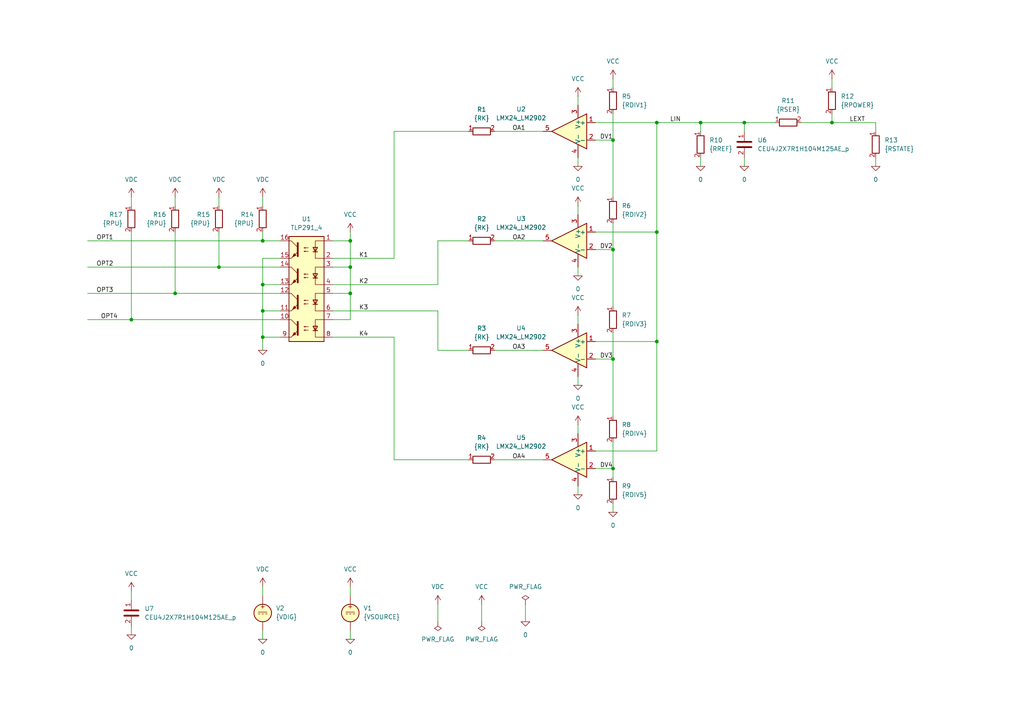
<source format=kicad_sch>
(kicad_sch
	(version 20250114)
	(generator "eeschema")
	(generator_version "9.0")
	(uuid "a847ca92-7c03-4658-b31a-9e7041e0aa4c")
	(paper "A4")
	(title_block
		(title "TLP291-4. DC. NPN. Viso:3.75Kv. CTR Min:100%. VCE:80V")
		(date "2025-10-17")
		(rev "1")
		(company "astroelectronic@")
		(comment 1 "-")
		(comment 2 "-")
		(comment 3 "-")
		(comment 4 "AE01009294")
	)
	(lib_symbols
		(symbol "Device:C"
			(pin_names
				(offset 0.254)
				(hide yes)
			)
			(exclude_from_sim no)
			(in_bom yes)
			(on_board yes)
			(property "Reference" "C"
				(at 0.635 2.54 0)
				(effects
					(font
						(size 1.27 1.27)
					)
					(justify left)
				)
			)
			(property "Value" "C"
				(at 0.635 -2.54 0)
				(effects
					(font
						(size 1.27 1.27)
					)
					(justify left)
				)
			)
			(property "Footprint" ""
				(at 0.9652 -3.81 0)
				(effects
					(font
						(size 1.27 1.27)
					)
					(hide yes)
				)
			)
			(property "Datasheet" "~"
				(at 0 0 0)
				(effects
					(font
						(size 1.27 1.27)
					)
					(hide yes)
				)
			)
			(property "Description" "Unpolarized capacitor"
				(at 0 0 0)
				(effects
					(font
						(size 1.27 1.27)
					)
					(hide yes)
				)
			)
			(property "ki_keywords" "cap capacitor"
				(at 0 0 0)
				(effects
					(font
						(size 1.27 1.27)
					)
					(hide yes)
				)
			)
			(property "ki_fp_filters" "C_*"
				(at 0 0 0)
				(effects
					(font
						(size 1.27 1.27)
					)
					(hide yes)
				)
			)
			(symbol "C_0_1"
				(polyline
					(pts
						(xy -2.032 0.762) (xy 2.032 0.762)
					)
					(stroke
						(width 0.508)
						(type default)
					)
					(fill
						(type none)
					)
				)
				(polyline
					(pts
						(xy -2.032 -0.762) (xy 2.032 -0.762)
					)
					(stroke
						(width 0.508)
						(type default)
					)
					(fill
						(type none)
					)
				)
			)
			(symbol "C_1_1"
				(pin passive line
					(at 0 3.81 270)
					(length 2.794)
					(name "~"
						(effects
							(font
								(size 1.27 1.27)
							)
						)
					)
					(number "1"
						(effects
							(font
								(size 1.27 1.27)
							)
						)
					)
				)
				(pin passive line
					(at 0 -3.81 90)
					(length 2.794)
					(name "~"
						(effects
							(font
								(size 1.27 1.27)
							)
						)
					)
					(number "2"
						(effects
							(font
								(size 1.27 1.27)
							)
						)
					)
				)
			)
			(embedded_fonts no)
		)
		(symbol "Device:R"
			(pin_names
				(offset 0)
				(hide yes)
			)
			(exclude_from_sim no)
			(in_bom yes)
			(on_board yes)
			(property "Reference" "R"
				(at 2.032 0 90)
				(effects
					(font
						(size 1.27 1.27)
					)
				)
			)
			(property "Value" "R"
				(at 0 0 90)
				(effects
					(font
						(size 1.27 1.27)
					)
				)
			)
			(property "Footprint" ""
				(at -1.778 0 90)
				(effects
					(font
						(size 1.27 1.27)
					)
					(hide yes)
				)
			)
			(property "Datasheet" "~"
				(at 0 0 0)
				(effects
					(font
						(size 1.27 1.27)
					)
					(hide yes)
				)
			)
			(property "Description" "Resistor"
				(at 0 0 0)
				(effects
					(font
						(size 1.27 1.27)
					)
					(hide yes)
				)
			)
			(property "ki_keywords" "R res resistor"
				(at 0 0 0)
				(effects
					(font
						(size 1.27 1.27)
					)
					(hide yes)
				)
			)
			(property "ki_fp_filters" "R_*"
				(at 0 0 0)
				(effects
					(font
						(size 1.27 1.27)
					)
					(hide yes)
				)
			)
			(symbol "R_0_1"
				(rectangle
					(start -1.016 -2.54)
					(end 1.016 2.54)
					(stroke
						(width 0.254)
						(type default)
					)
					(fill
						(type none)
					)
				)
			)
			(symbol "R_1_1"
				(pin passive line
					(at 0 3.81 270)
					(length 1.27)
					(name "~"
						(effects
							(font
								(size 1.27 1.27)
							)
						)
					)
					(number "1"
						(effects
							(font
								(size 1.27 1.27)
							)
						)
					)
				)
				(pin passive line
					(at 0 -3.81 90)
					(length 1.27)
					(name "~"
						(effects
							(font
								(size 1.27 1.27)
							)
						)
					)
					(number "2"
						(effects
							(font
								(size 1.27 1.27)
							)
						)
					)
				)
			)
			(embedded_fonts no)
		)
		(symbol "Simulation_SPICE:0"
			(power)
			(pin_numbers
				(hide yes)
			)
			(pin_names
				(offset 0)
				(hide yes)
			)
			(exclude_from_sim no)
			(in_bom yes)
			(on_board yes)
			(property "Reference" "#GND"
				(at 0 -5.08 0)
				(effects
					(font
						(size 1.27 1.27)
					)
					(hide yes)
				)
			)
			(property "Value" "0"
				(at 0 -2.54 0)
				(effects
					(font
						(size 1.27 1.27)
					)
				)
			)
			(property "Footprint" ""
				(at 0 0 0)
				(effects
					(font
						(size 1.27 1.27)
					)
					(hide yes)
				)
			)
			(property "Datasheet" "https://ngspice.sourceforge.io/docs/ngspice-html-manual/manual.xhtml#subsec_Circuit_elements__device"
				(at 0 -10.16 0)
				(effects
					(font
						(size 1.27 1.27)
					)
					(hide yes)
				)
			)
			(property "Description" "0V reference potential for simulation"
				(at 0 -7.62 0)
				(effects
					(font
						(size 1.27 1.27)
					)
					(hide yes)
				)
			)
			(property "ki_keywords" "simulation"
				(at 0 0 0)
				(effects
					(font
						(size 1.27 1.27)
					)
					(hide yes)
				)
			)
			(symbol "0_0_1"
				(polyline
					(pts
						(xy -1.27 0) (xy 0 -1.27) (xy 1.27 0) (xy -1.27 0)
					)
					(stroke
						(width 0)
						(type default)
					)
					(fill
						(type none)
					)
				)
			)
			(symbol "0_1_1"
				(pin power_in line
					(at 0 0 0)
					(length 0)
					(name "~"
						(effects
							(font
								(size 1.016 1.016)
							)
						)
					)
					(number "1"
						(effects
							(font
								(size 1.016 1.016)
							)
						)
					)
				)
			)
			(embedded_fonts no)
		)
		(symbol "Simulation_SPICE:OPAMP"
			(pin_names
				(offset 0.254)
			)
			(exclude_from_sim no)
			(in_bom yes)
			(on_board yes)
			(property "Reference" "U"
				(at 3.81 3.175 0)
				(effects
					(font
						(size 1.27 1.27)
					)
					(justify left)
				)
			)
			(property "Value" "${SIM.PARAMS}"
				(at 3.81 -3.175 0)
				(effects
					(font
						(size 1.27 1.27)
					)
					(justify left)
				)
			)
			(property "Footprint" ""
				(at 0 0 0)
				(effects
					(font
						(size 1.27 1.27)
					)
					(hide yes)
				)
			)
			(property "Datasheet" "https://ngspice.sourceforge.io/docs/ngspice-html-manual/manual.xhtml#sec__SUBCKT_Subcircuits"
				(at 0 0 0)
				(effects
					(font
						(size 1.27 1.27)
					)
					(hide yes)
				)
			)
			(property "Description" "Operational amplifier, single"
				(at 0 0 0)
				(effects
					(font
						(size 1.27 1.27)
					)
					(hide yes)
				)
			)
			(property "Sim.Pins" "1=in+ 2=in- 3=vcc 4=vee 5=out"
				(at 0 0 0)
				(effects
					(font
						(size 1.27 1.27)
					)
					(hide yes)
				)
			)
			(property "Sim.Device" "SUBCKT"
				(at 0 0 0)
				(effects
					(font
						(size 1.27 1.27)
					)
					(justify left)
					(hide yes)
				)
			)
			(property "Sim.Library" "${KICAD9_SYMBOL_DIR}/Simulation_SPICE.sp"
				(at 0 0 0)
				(effects
					(font
						(size 1.27 1.27)
					)
					(hide yes)
				)
			)
			(property "Sim.Name" "kicad_builtin_opamp"
				(at 0 0 0)
				(effects
					(font
						(size 1.27 1.27)
					)
					(hide yes)
				)
			)
			(property "ki_keywords" "simulation"
				(at 0 0 0)
				(effects
					(font
						(size 1.27 1.27)
					)
					(hide yes)
				)
			)
			(symbol "OPAMP_0_1"
				(polyline
					(pts
						(xy 5.08 0) (xy -5.08 5.08) (xy -5.08 -5.08) (xy 5.08 0)
					)
					(stroke
						(width 0.254)
						(type default)
					)
					(fill
						(type background)
					)
				)
			)
			(symbol "OPAMP_1_1"
				(pin input line
					(at -7.62 2.54 0)
					(length 2.54)
					(name "+"
						(effects
							(font
								(size 1.27 1.27)
							)
						)
					)
					(number "1"
						(effects
							(font
								(size 1.27 1.27)
							)
						)
					)
				)
				(pin input line
					(at -7.62 -2.54 0)
					(length 2.54)
					(name "-"
						(effects
							(font
								(size 1.27 1.27)
							)
						)
					)
					(number "2"
						(effects
							(font
								(size 1.27 1.27)
							)
						)
					)
				)
				(pin power_in line
					(at -2.54 7.62 270)
					(length 3.81)
					(name "V+"
						(effects
							(font
								(size 1.27 1.27)
							)
						)
					)
					(number "3"
						(effects
							(font
								(size 1.27 1.27)
							)
						)
					)
				)
				(pin power_in line
					(at -2.54 -7.62 90)
					(length 3.81)
					(name "V-"
						(effects
							(font
								(size 1.27 1.27)
							)
						)
					)
					(number "4"
						(effects
							(font
								(size 1.27 1.27)
							)
						)
					)
				)
				(pin output line
					(at 7.62 0 180)
					(length 2.54)
					(name "~"
						(effects
							(font
								(size 1.27 1.27)
							)
						)
					)
					(number "5"
						(effects
							(font
								(size 1.27 1.27)
							)
						)
					)
				)
			)
			(embedded_fonts no)
		)
		(symbol "Simulation_SPICE:VDC"
			(pin_numbers
				(hide yes)
			)
			(pin_names
				(offset 0.0254)
			)
			(exclude_from_sim no)
			(in_bom yes)
			(on_board yes)
			(property "Reference" "V"
				(at 2.54 2.54 0)
				(effects
					(font
						(size 1.27 1.27)
					)
					(justify left)
				)
			)
			(property "Value" "1"
				(at 2.54 0 0)
				(effects
					(font
						(size 1.27 1.27)
					)
					(justify left)
				)
			)
			(property "Footprint" ""
				(at 0 0 0)
				(effects
					(font
						(size 1.27 1.27)
					)
					(hide yes)
				)
			)
			(property "Datasheet" "https://ngspice.sourceforge.io/docs/ngspice-html-manual/manual.xhtml#sec_Independent_Sources_for"
				(at 0 0 0)
				(effects
					(font
						(size 1.27 1.27)
					)
					(hide yes)
				)
			)
			(property "Description" "Voltage source, DC"
				(at 0 0 0)
				(effects
					(font
						(size 1.27 1.27)
					)
					(hide yes)
				)
			)
			(property "Sim.Pins" "1=+ 2=-"
				(at 0 0 0)
				(effects
					(font
						(size 1.27 1.27)
					)
					(hide yes)
				)
			)
			(property "Sim.Type" "DC"
				(at 0 0 0)
				(effects
					(font
						(size 1.27 1.27)
					)
					(hide yes)
				)
			)
			(property "Sim.Device" "V"
				(at 0 0 0)
				(effects
					(font
						(size 1.27 1.27)
					)
					(justify left)
					(hide yes)
				)
			)
			(property "ki_keywords" "simulation"
				(at 0 0 0)
				(effects
					(font
						(size 1.27 1.27)
					)
					(hide yes)
				)
			)
			(symbol "VDC_0_0"
				(polyline
					(pts
						(xy -1.27 0.254) (xy 1.27 0.254)
					)
					(stroke
						(width 0)
						(type default)
					)
					(fill
						(type none)
					)
				)
				(polyline
					(pts
						(xy -0.762 -0.254) (xy -1.27 -0.254)
					)
					(stroke
						(width 0)
						(type default)
					)
					(fill
						(type none)
					)
				)
				(polyline
					(pts
						(xy 0.254 -0.254) (xy -0.254 -0.254)
					)
					(stroke
						(width 0)
						(type default)
					)
					(fill
						(type none)
					)
				)
				(polyline
					(pts
						(xy 1.27 -0.254) (xy 0.762 -0.254)
					)
					(stroke
						(width 0)
						(type default)
					)
					(fill
						(type none)
					)
				)
				(text "+"
					(at 0 1.905 0)
					(effects
						(font
							(size 1.27 1.27)
						)
					)
				)
			)
			(symbol "VDC_0_1"
				(circle
					(center 0 0)
					(radius 2.54)
					(stroke
						(width 0.254)
						(type default)
					)
					(fill
						(type background)
					)
				)
			)
			(symbol "VDC_1_1"
				(pin passive line
					(at 0 5.08 270)
					(length 2.54)
					(name "~"
						(effects
							(font
								(size 1.27 1.27)
							)
						)
					)
					(number "1"
						(effects
							(font
								(size 1.27 1.27)
							)
						)
					)
				)
				(pin passive line
					(at 0 -5.08 90)
					(length 2.54)
					(name "~"
						(effects
							(font
								(size 1.27 1.27)
							)
						)
					)
					(number "2"
						(effects
							(font
								(size 1.27 1.27)
							)
						)
					)
				)
			)
			(embedded_fonts no)
		)
		(symbol "TLP219_4:TLP291-4"
			(exclude_from_sim no)
			(in_bom yes)
			(on_board yes)
			(property "Reference" "U"
				(at -5.08 5.08 0)
				(effects
					(font
						(size 1.27 1.27)
					)
					(justify left)
				)
			)
			(property "Value" "TLP291-4"
				(at 0 5.08 0)
				(effects
					(font
						(size 1.27 1.27)
					)
					(justify left)
				)
			)
			(property "Footprint" "Package_SO:SOIC-16_4.55x10.3mm_P1.27mm"
				(at -5.08 -5.08 0)
				(effects
					(font
						(size 1.27 1.27)
						(italic yes)
					)
					(justify left)
					(hide yes)
				)
			)
			(property "Datasheet" "https://toshiba.semicon-storage.com/info/docget.jsp?did=12858&prodName=TLP291-4"
				(at 0 0 0)
				(effects
					(font
						(size 1.27 1.27)
					)
					(justify left)
					(hide yes)
				)
			)
			(property "Description" "Quad DC Optocoupler, Vce 80V, CTR 50-100%, SOP16"
				(at 0 0 0)
				(effects
					(font
						(size 1.27 1.27)
					)
					(hide yes)
				)
			)
			(property "ki_keywords" "NPN DC Quad Optocoupler"
				(at 0 0 0)
				(effects
					(font
						(size 1.27 1.27)
					)
					(hide yes)
				)
			)
			(property "ki_fp_filters" "SOIC*4.55x10.3mm*P1.27mm*"
				(at 0 0 0)
				(effects
					(font
						(size 1.27 1.27)
					)
					(hide yes)
				)
			)
			(symbol "TLP291-4_0_1"
				(rectangle
					(start -5.08 3.81)
					(end 5.08 -26.67)
					(stroke
						(width 0.254)
						(type default)
					)
					(fill
						(type background)
					)
				)
				(polyline
					(pts
						(xy -5.08 2.54) (xy -2.54 2.54) (xy -2.54 0.635)
					)
					(stroke
						(width 0)
						(type default)
					)
					(fill
						(type none)
					)
				)
				(polyline
					(pts
						(xy -5.08 -5.08) (xy -2.54 -5.08) (xy -2.54 -6.985)
					)
					(stroke
						(width 0)
						(type default)
					)
					(fill
						(type none)
					)
				)
				(polyline
					(pts
						(xy -5.08 -12.7) (xy -2.54 -12.7) (xy -2.54 -14.605)
					)
					(stroke
						(width 0)
						(type default)
					)
					(fill
						(type none)
					)
				)
				(polyline
					(pts
						(xy -5.08 -20.32) (xy -2.54 -20.32) (xy -2.54 -22.225)
					)
					(stroke
						(width 0)
						(type default)
					)
					(fill
						(type none)
					)
				)
				(polyline
					(pts
						(xy -3.175 -0.635) (xy -1.905 -0.635)
					)
					(stroke
						(width 0.254)
						(type default)
					)
					(fill
						(type none)
					)
				)
				(polyline
					(pts
						(xy -3.175 -8.255) (xy -1.905 -8.255)
					)
					(stroke
						(width 0.254)
						(type default)
					)
					(fill
						(type none)
					)
				)
				(polyline
					(pts
						(xy -3.175 -15.875) (xy -1.905 -15.875)
					)
					(stroke
						(width 0.254)
						(type default)
					)
					(fill
						(type none)
					)
				)
				(polyline
					(pts
						(xy -3.175 -23.495) (xy -1.905 -23.495)
					)
					(stroke
						(width 0.254)
						(type default)
					)
					(fill
						(type none)
					)
				)
				(polyline
					(pts
						(xy -2.54 0.635) (xy -2.54 -2.54) (xy -5.08 -2.54)
					)
					(stroke
						(width 0)
						(type default)
					)
					(fill
						(type none)
					)
				)
				(polyline
					(pts
						(xy -2.54 -0.635) (xy -3.175 0.635) (xy -1.905 0.635) (xy -2.54 -0.635)
					)
					(stroke
						(width 0.254)
						(type default)
					)
					(fill
						(type none)
					)
				)
				(polyline
					(pts
						(xy -2.54 -6.985) (xy -2.54 -10.16) (xy -5.08 -10.16)
					)
					(stroke
						(width 0)
						(type default)
					)
					(fill
						(type none)
					)
				)
				(polyline
					(pts
						(xy -2.54 -8.255) (xy -3.175 -6.985) (xy -1.905 -6.985) (xy -2.54 -8.255)
					)
					(stroke
						(width 0.254)
						(type default)
					)
					(fill
						(type none)
					)
				)
				(polyline
					(pts
						(xy -2.54 -14.605) (xy -2.54 -17.78) (xy -5.08 -17.78)
					)
					(stroke
						(width 0)
						(type default)
					)
					(fill
						(type none)
					)
				)
				(polyline
					(pts
						(xy -2.54 -15.875) (xy -3.175 -14.605) (xy -1.905 -14.605) (xy -2.54 -15.875)
					)
					(stroke
						(width 0.254)
						(type default)
					)
					(fill
						(type none)
					)
				)
				(polyline
					(pts
						(xy -2.54 -22.225) (xy -2.54 -25.4) (xy -5.08 -25.4)
					)
					(stroke
						(width 0)
						(type default)
					)
					(fill
						(type none)
					)
				)
				(polyline
					(pts
						(xy -2.54 -23.495) (xy -3.175 -22.225) (xy -1.905 -22.225) (xy -2.54 -23.495)
					)
					(stroke
						(width 0.254)
						(type default)
					)
					(fill
						(type none)
					)
				)
				(polyline
					(pts
						(xy -0.508 0.508) (xy 0.762 0.508) (xy 0.381 0.381) (xy 0.381 0.635) (xy 0.762 0.508)
					)
					(stroke
						(width 0)
						(type default)
					)
					(fill
						(type none)
					)
				)
				(polyline
					(pts
						(xy -0.508 -0.508) (xy 0.762 -0.508) (xy 0.381 -0.635) (xy 0.381 -0.381) (xy 0.762 -0.508)
					)
					(stroke
						(width 0)
						(type default)
					)
					(fill
						(type none)
					)
				)
				(polyline
					(pts
						(xy -0.508 -7.112) (xy 0.762 -7.112) (xy 0.381 -7.239) (xy 0.381 -6.985) (xy 0.762 -7.112)
					)
					(stroke
						(width 0)
						(type default)
					)
					(fill
						(type none)
					)
				)
				(polyline
					(pts
						(xy -0.508 -8.128) (xy 0.762 -8.128) (xy 0.381 -8.255) (xy 0.381 -8.001) (xy 0.762 -8.128)
					)
					(stroke
						(width 0)
						(type default)
					)
					(fill
						(type none)
					)
				)
				(polyline
					(pts
						(xy -0.508 -14.732) (xy 0.762 -14.732) (xy 0.381 -14.859) (xy 0.381 -14.605) (xy 0.762 -14.732)
					)
					(stroke
						(width 0)
						(type default)
					)
					(fill
						(type none)
					)
				)
				(polyline
					(pts
						(xy -0.508 -15.748) (xy 0.762 -15.748) (xy 0.381 -15.875) (xy 0.381 -15.621) (xy 0.762 -15.748)
					)
					(stroke
						(width 0)
						(type default)
					)
					(fill
						(type none)
					)
				)
				(polyline
					(pts
						(xy -0.508 -22.352) (xy 0.762 -22.352) (xy 0.381 -22.479) (xy 0.381 -22.225) (xy 0.762 -22.352)
					)
					(stroke
						(width 0)
						(type default)
					)
					(fill
						(type none)
					)
				)
				(polyline
					(pts
						(xy -0.508 -23.368) (xy 0.762 -23.368) (xy 0.381 -23.495) (xy 0.381 -23.241) (xy 0.762 -23.368)
					)
					(stroke
						(width 0)
						(type default)
					)
					(fill
						(type none)
					)
				)
				(polyline
					(pts
						(xy 2.54 1.905) (xy 2.54 -1.905)
					)
					(stroke
						(width 0.508)
						(type default)
					)
					(fill
						(type none)
					)
				)
				(polyline
					(pts
						(xy 2.54 0.635) (xy 4.445 2.54)
					)
					(stroke
						(width 0)
						(type default)
					)
					(fill
						(type none)
					)
				)
				(polyline
					(pts
						(xy 2.54 -5.715) (xy 2.54 -9.525)
					)
					(stroke
						(width 0.508)
						(type default)
					)
					(fill
						(type none)
					)
				)
				(polyline
					(pts
						(xy 2.54 -6.985) (xy 4.445 -5.08)
					)
					(stroke
						(width 0)
						(type default)
					)
					(fill
						(type none)
					)
				)
				(polyline
					(pts
						(xy 2.54 -13.335) (xy 2.54 -17.145)
					)
					(stroke
						(width 0.508)
						(type default)
					)
					(fill
						(type none)
					)
				)
				(polyline
					(pts
						(xy 2.54 -14.605) (xy 4.445 -12.7)
					)
					(stroke
						(width 0)
						(type default)
					)
					(fill
						(type none)
					)
				)
				(polyline
					(pts
						(xy 2.54 -20.955) (xy 2.54 -24.765)
					)
					(stroke
						(width 0.508)
						(type default)
					)
					(fill
						(type none)
					)
				)
				(polyline
					(pts
						(xy 2.54 -22.225) (xy 4.445 -20.32)
					)
					(stroke
						(width 0)
						(type default)
					)
					(fill
						(type none)
					)
				)
				(polyline
					(pts
						(xy 3.048 -1.651) (xy 3.556 -1.143) (xy 4.064 -2.159) (xy 3.048 -1.651)
					)
					(stroke
						(width 0)
						(type default)
					)
					(fill
						(type outline)
					)
				)
				(polyline
					(pts
						(xy 3.048 -9.271) (xy 3.556 -8.763) (xy 4.064 -9.779) (xy 3.048 -9.271)
					)
					(stroke
						(width 0)
						(type default)
					)
					(fill
						(type outline)
					)
				)
				(polyline
					(pts
						(xy 3.048 -16.891) (xy 3.556 -16.383) (xy 4.064 -17.399) (xy 3.048 -16.891)
					)
					(stroke
						(width 0)
						(type default)
					)
					(fill
						(type outline)
					)
				)
				(polyline
					(pts
						(xy 3.048 -24.511) (xy 3.556 -24.003) (xy 4.064 -25.019) (xy 3.048 -24.511)
					)
					(stroke
						(width 0)
						(type default)
					)
					(fill
						(type outline)
					)
				)
				(polyline
					(pts
						(xy 4.445 2.54) (xy 5.08 2.54)
					)
					(stroke
						(width 0)
						(type default)
					)
					(fill
						(type none)
					)
				)
				(polyline
					(pts
						(xy 4.445 -2.54) (xy 2.54 -0.635)
					)
					(stroke
						(width 0)
						(type default)
					)
					(fill
						(type outline)
					)
				)
				(polyline
					(pts
						(xy 4.445 -2.54) (xy 5.08 -2.54)
					)
					(stroke
						(width 0)
						(type default)
					)
					(fill
						(type none)
					)
				)
				(polyline
					(pts
						(xy 4.445 -5.08) (xy 5.08 -5.08)
					)
					(stroke
						(width 0)
						(type default)
					)
					(fill
						(type none)
					)
				)
				(polyline
					(pts
						(xy 4.445 -10.16) (xy 2.54 -8.255)
					)
					(stroke
						(width 0)
						(type default)
					)
					(fill
						(type outline)
					)
				)
				(polyline
					(pts
						(xy 4.445 -10.16) (xy 5.08 -10.16)
					)
					(stroke
						(width 0)
						(type default)
					)
					(fill
						(type none)
					)
				)
				(polyline
					(pts
						(xy 4.445 -12.7) (xy 5.08 -12.7)
					)
					(stroke
						(width 0)
						(type default)
					)
					(fill
						(type none)
					)
				)
				(polyline
					(pts
						(xy 4.445 -17.78) (xy 2.54 -15.875)
					)
					(stroke
						(width 0)
						(type default)
					)
					(fill
						(type outline)
					)
				)
				(polyline
					(pts
						(xy 4.445 -17.78) (xy 5.08 -17.78)
					)
					(stroke
						(width 0)
						(type default)
					)
					(fill
						(type none)
					)
				)
				(polyline
					(pts
						(xy 4.445 -20.32) (xy 5.08 -20.32)
					)
					(stroke
						(width 0)
						(type default)
					)
					(fill
						(type none)
					)
				)
				(polyline
					(pts
						(xy 4.445 -25.4) (xy 2.54 -23.495)
					)
					(stroke
						(width 0)
						(type default)
					)
					(fill
						(type outline)
					)
				)
				(polyline
					(pts
						(xy 4.445 -25.4) (xy 5.08 -25.4)
					)
					(stroke
						(width 0)
						(type default)
					)
					(fill
						(type none)
					)
				)
			)
			(symbol "TLP291-4_1_1"
				(pin passive line
					(at -7.62 2.54 0)
					(length 2.54)
					(name "~"
						(effects
							(font
								(size 1.27 1.27)
							)
						)
					)
					(number "1"
						(effects
							(font
								(size 1.27 1.27)
							)
						)
					)
				)
				(pin passive line
					(at -7.62 -2.54 0)
					(length 2.54)
					(name "~"
						(effects
							(font
								(size 1.27 1.27)
							)
						)
					)
					(number "2"
						(effects
							(font
								(size 1.27 1.27)
							)
						)
					)
				)
				(pin passive line
					(at -7.62 -5.08 0)
					(length 2.54)
					(name "~"
						(effects
							(font
								(size 1.27 1.27)
							)
						)
					)
					(number "3"
						(effects
							(font
								(size 1.27 1.27)
							)
						)
					)
				)
				(pin passive line
					(at -7.62 -10.16 0)
					(length 2.54)
					(name "~"
						(effects
							(font
								(size 1.27 1.27)
							)
						)
					)
					(number "4"
						(effects
							(font
								(size 1.27 1.27)
							)
						)
					)
				)
				(pin passive line
					(at -7.62 -12.7 0)
					(length 2.54)
					(name "~"
						(effects
							(font
								(size 1.27 1.27)
							)
						)
					)
					(number "5"
						(effects
							(font
								(size 1.27 1.27)
							)
						)
					)
				)
				(pin passive line
					(at -7.62 -17.78 0)
					(length 2.54)
					(name "~"
						(effects
							(font
								(size 1.27 1.27)
							)
						)
					)
					(number "6"
						(effects
							(font
								(size 1.27 1.27)
							)
						)
					)
				)
				(pin passive line
					(at -7.62 -20.32 0)
					(length 2.54)
					(name "~"
						(effects
							(font
								(size 1.27 1.27)
							)
						)
					)
					(number "7"
						(effects
							(font
								(size 1.27 1.27)
							)
						)
					)
				)
				(pin passive line
					(at -7.62 -25.4 0)
					(length 2.54)
					(name "~"
						(effects
							(font
								(size 1.27 1.27)
							)
						)
					)
					(number "8"
						(effects
							(font
								(size 1.27 1.27)
							)
						)
					)
				)
				(pin passive line
					(at 7.62 2.54 180)
					(length 2.54)
					(name "~"
						(effects
							(font
								(size 1.27 1.27)
							)
						)
					)
					(number "16"
						(effects
							(font
								(size 1.27 1.27)
							)
						)
					)
				)
				(pin passive line
					(at 7.62 -2.54 180)
					(length 2.54)
					(name "~"
						(effects
							(font
								(size 1.27 1.27)
							)
						)
					)
					(number "15"
						(effects
							(font
								(size 1.27 1.27)
							)
						)
					)
				)
				(pin passive line
					(at 7.62 -5.08 180)
					(length 2.54)
					(name "~"
						(effects
							(font
								(size 1.27 1.27)
							)
						)
					)
					(number "14"
						(effects
							(font
								(size 1.27 1.27)
							)
						)
					)
				)
				(pin passive line
					(at 7.62 -10.16 180)
					(length 2.54)
					(name "~"
						(effects
							(font
								(size 1.27 1.27)
							)
						)
					)
					(number "13"
						(effects
							(font
								(size 1.27 1.27)
							)
						)
					)
				)
				(pin passive line
					(at 7.62 -12.7 180)
					(length 2.54)
					(name "~"
						(effects
							(font
								(size 1.27 1.27)
							)
						)
					)
					(number "12"
						(effects
							(font
								(size 1.27 1.27)
							)
						)
					)
				)
				(pin passive line
					(at 7.62 -17.78 180)
					(length 2.54)
					(name "~"
						(effects
							(font
								(size 1.27 1.27)
							)
						)
					)
					(number "11"
						(effects
							(font
								(size 1.27 1.27)
							)
						)
					)
				)
				(pin passive line
					(at 7.62 -20.32 180)
					(length 2.54)
					(name "~"
						(effects
							(font
								(size 1.27 1.27)
							)
						)
					)
					(number "10"
						(effects
							(font
								(size 1.27 1.27)
							)
						)
					)
				)
				(pin passive line
					(at 7.62 -25.4 180)
					(length 2.54)
					(name "~"
						(effects
							(font
								(size 1.27 1.27)
							)
						)
					)
					(number "9"
						(effects
							(font
								(size 1.27 1.27)
							)
						)
					)
				)
			)
			(embedded_fonts no)
		)
		(symbol "power:PWR_FLAG"
			(power)
			(pin_numbers
				(hide yes)
			)
			(pin_names
				(offset 0)
				(hide yes)
			)
			(exclude_from_sim no)
			(in_bom yes)
			(on_board yes)
			(property "Reference" "#FLG"
				(at 0 1.905 0)
				(effects
					(font
						(size 1.27 1.27)
					)
					(hide yes)
				)
			)
			(property "Value" "PWR_FLAG"
				(at 0 3.81 0)
				(effects
					(font
						(size 1.27 1.27)
					)
				)
			)
			(property "Footprint" ""
				(at 0 0 0)
				(effects
					(font
						(size 1.27 1.27)
					)
					(hide yes)
				)
			)
			(property "Datasheet" "~"
				(at 0 0 0)
				(effects
					(font
						(size 1.27 1.27)
					)
					(hide yes)
				)
			)
			(property "Description" "Special symbol for telling ERC where power comes from"
				(at 0 0 0)
				(effects
					(font
						(size 1.27 1.27)
					)
					(hide yes)
				)
			)
			(property "ki_keywords" "flag power"
				(at 0 0 0)
				(effects
					(font
						(size 1.27 1.27)
					)
					(hide yes)
				)
			)
			(symbol "PWR_FLAG_0_0"
				(pin power_out line
					(at 0 0 90)
					(length 0)
					(name "~"
						(effects
							(font
								(size 1.27 1.27)
							)
						)
					)
					(number "1"
						(effects
							(font
								(size 1.27 1.27)
							)
						)
					)
				)
			)
			(symbol "PWR_FLAG_0_1"
				(polyline
					(pts
						(xy 0 0) (xy 0 1.27) (xy -1.016 1.905) (xy 0 2.54) (xy 1.016 1.905) (xy 0 1.27)
					)
					(stroke
						(width 0)
						(type default)
					)
					(fill
						(type none)
					)
				)
			)
			(embedded_fonts no)
		)
		(symbol "power:VCC"
			(power)
			(pin_numbers
				(hide yes)
			)
			(pin_names
				(offset 0)
				(hide yes)
			)
			(exclude_from_sim no)
			(in_bom yes)
			(on_board yes)
			(property "Reference" "#PWR"
				(at 0 -3.81 0)
				(effects
					(font
						(size 1.27 1.27)
					)
					(hide yes)
				)
			)
			(property "Value" "VCC"
				(at 0 3.556 0)
				(effects
					(font
						(size 1.27 1.27)
					)
				)
			)
			(property "Footprint" ""
				(at 0 0 0)
				(effects
					(font
						(size 1.27 1.27)
					)
					(hide yes)
				)
			)
			(property "Datasheet" ""
				(at 0 0 0)
				(effects
					(font
						(size 1.27 1.27)
					)
					(hide yes)
				)
			)
			(property "Description" "Power symbol creates a global label with name \"VCC\""
				(at 0 0 0)
				(effects
					(font
						(size 1.27 1.27)
					)
					(hide yes)
				)
			)
			(property "ki_keywords" "global power"
				(at 0 0 0)
				(effects
					(font
						(size 1.27 1.27)
					)
					(hide yes)
				)
			)
			(symbol "VCC_0_1"
				(polyline
					(pts
						(xy -0.762 1.27) (xy 0 2.54)
					)
					(stroke
						(width 0)
						(type default)
					)
					(fill
						(type none)
					)
				)
				(polyline
					(pts
						(xy 0 2.54) (xy 0.762 1.27)
					)
					(stroke
						(width 0)
						(type default)
					)
					(fill
						(type none)
					)
				)
				(polyline
					(pts
						(xy 0 0) (xy 0 2.54)
					)
					(stroke
						(width 0)
						(type default)
					)
					(fill
						(type none)
					)
				)
			)
			(symbol "VCC_1_1"
				(pin power_in line
					(at 0 0 90)
					(length 0)
					(name "~"
						(effects
							(font
								(size 1.27 1.27)
							)
						)
					)
					(number "1"
						(effects
							(font
								(size 1.27 1.27)
							)
						)
					)
				)
			)
			(embedded_fonts no)
		)
		(symbol "power:VDC"
			(power)
			(pin_numbers
				(hide yes)
			)
			(pin_names
				(offset 0)
				(hide yes)
			)
			(exclude_from_sim no)
			(in_bom yes)
			(on_board yes)
			(property "Reference" "#PWR"
				(at 0 -3.81 0)
				(effects
					(font
						(size 1.27 1.27)
					)
					(hide yes)
				)
			)
			(property "Value" "VDC"
				(at 0 3.556 0)
				(effects
					(font
						(size 1.27 1.27)
					)
				)
			)
			(property "Footprint" ""
				(at 0 0 0)
				(effects
					(font
						(size 1.27 1.27)
					)
					(hide yes)
				)
			)
			(property "Datasheet" ""
				(at 0 0 0)
				(effects
					(font
						(size 1.27 1.27)
					)
					(hide yes)
				)
			)
			(property "Description" "Power symbol creates a global label with name \"VDC\""
				(at 0 0 0)
				(effects
					(font
						(size 1.27 1.27)
					)
					(hide yes)
				)
			)
			(property "ki_keywords" "global power"
				(at 0 0 0)
				(effects
					(font
						(size 1.27 1.27)
					)
					(hide yes)
				)
			)
			(symbol "VDC_0_1"
				(polyline
					(pts
						(xy -0.762 1.27) (xy 0 2.54)
					)
					(stroke
						(width 0)
						(type default)
					)
					(fill
						(type none)
					)
				)
				(polyline
					(pts
						(xy 0 2.54) (xy 0.762 1.27)
					)
					(stroke
						(width 0)
						(type default)
					)
					(fill
						(type none)
					)
				)
				(polyline
					(pts
						(xy 0 0) (xy 0 2.54)
					)
					(stroke
						(width 0)
						(type default)
					)
					(fill
						(type none)
					)
				)
			)
			(symbol "VDC_1_1"
				(pin power_in line
					(at 0 0 90)
					(length 0)
					(name "~"
						(effects
							(font
								(size 1.27 1.27)
							)
						)
					)
					(number "1"
						(effects
							(font
								(size 1.27 1.27)
							)
						)
					)
				)
			)
			(embedded_fonts no)
		)
	)
	(junction
		(at 76.2 69.85)
		(diameter 0)
		(color 0 0 0 0)
		(uuid "0d238d49-4ae6-42a2-b380-24414b46af78")
	)
	(junction
		(at 203.2 35.56)
		(diameter 0)
		(color 0 0 0 0)
		(uuid "12326079-ebf8-4402-8755-710b958c986c")
	)
	(junction
		(at 177.8 104.14)
		(diameter 0)
		(color 0 0 0 0)
		(uuid "126314e3-2165-4c01-a07a-389c40ad94b6")
	)
	(junction
		(at 190.5 35.56)
		(diameter 0)
		(color 0 0 0 0)
		(uuid "3694604b-9c0d-4e9d-81e8-8dee95b6042b")
	)
	(junction
		(at 101.6 69.85)
		(diameter 0)
		(color 0 0 0 0)
		(uuid "3aec6cf1-10e7-4309-8f74-b684058a93bd")
	)
	(junction
		(at 63.5 77.47)
		(diameter 0)
		(color 0 0 0 0)
		(uuid "401199b7-28cf-46e1-a91a-1e8483bd0446")
	)
	(junction
		(at 241.3 35.56)
		(diameter 0)
		(color 0 0 0 0)
		(uuid "4731baac-875e-4965-8f17-d006a9165f96")
	)
	(junction
		(at 101.6 85.09)
		(diameter 0)
		(color 0 0 0 0)
		(uuid "521e3569-7b69-45c0-bed5-2353f6a1d6be")
	)
	(junction
		(at 101.6 77.47)
		(diameter 0)
		(color 0 0 0 0)
		(uuid "69a7f380-4fc9-4e11-a54f-760b111efedc")
	)
	(junction
		(at 38.1 92.71)
		(diameter 0)
		(color 0 0 0 0)
		(uuid "76856daa-8a44-4178-ac42-2406b44ba7f7")
	)
	(junction
		(at 190.5 99.06)
		(diameter 0)
		(color 0 0 0 0)
		(uuid "7f7f6c39-4885-491b-8400-cce48f534335")
	)
	(junction
		(at 76.2 90.17)
		(diameter 0)
		(color 0 0 0 0)
		(uuid "a154c766-6820-4390-b2fb-9da49ef4b6e4")
	)
	(junction
		(at 76.2 97.79)
		(diameter 0)
		(color 0 0 0 0)
		(uuid "a1c39537-3beb-40a0-b746-b298b8964acd")
	)
	(junction
		(at 190.5 67.31)
		(diameter 0)
		(color 0 0 0 0)
		(uuid "ad88aef9-278d-4ba1-bacd-b184f209cc42")
	)
	(junction
		(at 215.9 35.56)
		(diameter 0)
		(color 0 0 0 0)
		(uuid "bc97f136-707e-4d9d-8f68-46a834635918")
	)
	(junction
		(at 177.8 72.39)
		(diameter 0)
		(color 0 0 0 0)
		(uuid "bd51e2d5-3833-4a72-9f6d-790a6ef55873")
	)
	(junction
		(at 177.8 135.89)
		(diameter 0)
		(color 0 0 0 0)
		(uuid "d4f58cc1-5197-45bd-a5b2-d7a5279321f4")
	)
	(junction
		(at 177.8 40.64)
		(diameter 0)
		(color 0 0 0 0)
		(uuid "d8635b48-daec-4279-8def-75888f2e705d")
	)
	(junction
		(at 50.8 85.09)
		(diameter 0)
		(color 0 0 0 0)
		(uuid "e2748567-811a-400e-a231-e30562576a61")
	)
	(junction
		(at 76.2 82.55)
		(diameter 0)
		(color 0 0 0 0)
		(uuid "fe937a10-9e15-49b2-ad44-e95731d8b0c2")
	)
	(wire
		(pts
			(xy 76.2 57.15) (xy 76.2 59.69)
		)
		(stroke
			(width 0)
			(type default)
		)
		(uuid "00be34b5-a409-4c1d-b57a-b8814975aff1")
	)
	(wire
		(pts
			(xy 76.2 97.79) (xy 81.28 97.79)
		)
		(stroke
			(width 0)
			(type default)
		)
		(uuid "0234867e-ea13-4852-876f-96300696c7b8")
	)
	(wire
		(pts
			(xy 167.64 91.44) (xy 167.64 93.98)
		)
		(stroke
			(width 0)
			(type default)
		)
		(uuid "066844f2-0811-4e61-8847-f1fa4a1e1e48")
	)
	(wire
		(pts
			(xy 101.6 170.18) (xy 101.6 172.72)
		)
		(stroke
			(width 0)
			(type default)
		)
		(uuid "075f0378-6eeb-45fa-af63-3da918dff93a")
	)
	(wire
		(pts
			(xy 215.9 35.56) (xy 224.79 35.56)
		)
		(stroke
			(width 0)
			(type default)
		)
		(uuid "08610cde-c872-4d6e-b5ad-f5dc289f5b82")
	)
	(wire
		(pts
			(xy 114.3 74.93) (xy 114.3 38.1)
		)
		(stroke
			(width 0)
			(type default)
		)
		(uuid "0a38a649-2544-4fbd-879c-1db30e2b129b")
	)
	(wire
		(pts
			(xy 167.64 123.19) (xy 167.64 125.73)
		)
		(stroke
			(width 0)
			(type default)
		)
		(uuid "0a654814-f0de-4970-9798-43a8ecb8bfd2")
	)
	(wire
		(pts
			(xy 190.5 67.31) (xy 172.72 67.31)
		)
		(stroke
			(width 0)
			(type default)
		)
		(uuid "0e429d79-b6e8-4568-941a-589b1b734ff9")
	)
	(wire
		(pts
			(xy 76.2 97.79) (xy 76.2 101.6)
		)
		(stroke
			(width 0)
			(type default)
		)
		(uuid "116689d0-671e-4ecd-bc56-8dc427d36aa7")
	)
	(wire
		(pts
			(xy 38.1 181.61) (xy 38.1 184.15)
		)
		(stroke
			(width 0)
			(type default)
		)
		(uuid "11ad137f-87b6-4a71-b7a9-11818c4ae17f")
	)
	(wire
		(pts
			(xy 25.4 85.09) (xy 50.8 85.09)
		)
		(stroke
			(width 0)
			(type default)
		)
		(uuid "11e905f0-6df4-4abe-b4fb-c4fb9434e280")
	)
	(wire
		(pts
			(xy 101.6 67.31) (xy 101.6 69.85)
		)
		(stroke
			(width 0)
			(type default)
		)
		(uuid "18a79cd4-ab0e-46cf-8211-fa8a2403e242")
	)
	(wire
		(pts
			(xy 127 101.6) (xy 135.89 101.6)
		)
		(stroke
			(width 0)
			(type default)
		)
		(uuid "1c7f5f2e-ad3c-4ed8-b2f8-78a5e6d5ed9e")
	)
	(wire
		(pts
			(xy 127 82.55) (xy 127 69.85)
		)
		(stroke
			(width 0)
			(type default)
		)
		(uuid "1f1a6106-e208-4be3-8cad-03afc890b1a2")
	)
	(wire
		(pts
			(xy 215.9 45.72) (xy 215.9 48.26)
		)
		(stroke
			(width 0)
			(type default)
		)
		(uuid "20cae6e7-fd5e-4eb9-87eb-ac193e83e5f2")
	)
	(wire
		(pts
			(xy 203.2 38.1) (xy 203.2 35.56)
		)
		(stroke
			(width 0)
			(type default)
		)
		(uuid "212c9bb1-55e1-4b63-bf63-d7bbc1b26bee")
	)
	(wire
		(pts
			(xy 167.64 59.69) (xy 167.64 62.23)
		)
		(stroke
			(width 0)
			(type default)
		)
		(uuid "2283c094-d536-400d-867a-6605d7de4595")
	)
	(wire
		(pts
			(xy 76.2 74.93) (xy 76.2 82.55)
		)
		(stroke
			(width 0)
			(type default)
		)
		(uuid "26357c73-b0f3-45ee-abf5-b66114366514")
	)
	(wire
		(pts
			(xy 114.3 133.35) (xy 114.3 97.79)
		)
		(stroke
			(width 0)
			(type default)
		)
		(uuid "283fd5db-8602-4c71-a2dc-ba62639f37c9")
	)
	(wire
		(pts
			(xy 127 175.26) (xy 127 180.34)
		)
		(stroke
			(width 0)
			(type default)
		)
		(uuid "2d1c8f9d-44d4-4a61-8823-82062b563e22")
	)
	(wire
		(pts
			(xy 76.2 82.55) (xy 81.28 82.55)
		)
		(stroke
			(width 0)
			(type default)
		)
		(uuid "36b75b32-d02f-4f3c-90b2-23b92f9f1c75")
	)
	(wire
		(pts
			(xy 63.5 67.31) (xy 63.5 77.47)
		)
		(stroke
			(width 0)
			(type default)
		)
		(uuid "37268176-9ec7-4383-96d9-7e900d69a6cc")
	)
	(wire
		(pts
			(xy 190.5 35.56) (xy 190.5 67.31)
		)
		(stroke
			(width 0)
			(type default)
		)
		(uuid "3a715249-a2be-40b5-a709-a78a42d318a7")
	)
	(wire
		(pts
			(xy 76.2 69.85) (xy 81.28 69.85)
		)
		(stroke
			(width 0)
			(type default)
		)
		(uuid "3b70030c-4568-49bd-8db5-469c515a2329")
	)
	(wire
		(pts
			(xy 172.72 35.56) (xy 190.5 35.56)
		)
		(stroke
			(width 0)
			(type default)
		)
		(uuid "3da10d5c-3fa4-46cb-8b2f-036f02b59d70")
	)
	(wire
		(pts
			(xy 114.3 38.1) (xy 135.89 38.1)
		)
		(stroke
			(width 0)
			(type default)
		)
		(uuid "3f033819-deb0-4b3c-963c-d3aa07bae253")
	)
	(wire
		(pts
			(xy 167.64 27.94) (xy 167.64 30.48)
		)
		(stroke
			(width 0)
			(type default)
		)
		(uuid "43fbda9a-747d-4cfb-85cf-6b63166de85e")
	)
	(wire
		(pts
			(xy 127 90.17) (xy 127 101.6)
		)
		(stroke
			(width 0)
			(type default)
		)
		(uuid "478d4498-456d-4f2d-a2d8-af2aaf4e4072")
	)
	(wire
		(pts
			(xy 232.41 35.56) (xy 241.3 35.56)
		)
		(stroke
			(width 0)
			(type default)
		)
		(uuid "4c6b0aee-150f-410b-9757-5cb479f8d32a")
	)
	(wire
		(pts
			(xy 139.7 175.26) (xy 139.7 180.34)
		)
		(stroke
			(width 0)
			(type default)
		)
		(uuid "4d99cd4b-ba56-4a73-ba9c-75f11360ed5c")
	)
	(wire
		(pts
			(xy 101.6 182.88) (xy 101.6 185.42)
		)
		(stroke
			(width 0)
			(type default)
		)
		(uuid "4d9eb66a-582b-4d66-a0a4-49bb4d4d3bc2")
	)
	(wire
		(pts
			(xy 63.5 77.47) (xy 81.28 77.47)
		)
		(stroke
			(width 0)
			(type default)
		)
		(uuid "55c728d0-c88e-4883-b4f4-0537f45186de")
	)
	(wire
		(pts
			(xy 177.8 22.86) (xy 177.8 25.4)
		)
		(stroke
			(width 0)
			(type default)
		)
		(uuid "58281b27-bbf5-43f8-9c00-d5815390cc3e")
	)
	(wire
		(pts
			(xy 96.52 92.71) (xy 101.6 92.71)
		)
		(stroke
			(width 0)
			(type default)
		)
		(uuid "5982b715-f85f-42a4-9a1f-280f7e199a1a")
	)
	(wire
		(pts
			(xy 215.9 38.1) (xy 215.9 35.56)
		)
		(stroke
			(width 0)
			(type default)
		)
		(uuid "5bcd135e-44ad-4aca-a7fd-d34af888e1c0")
	)
	(wire
		(pts
			(xy 25.4 69.85) (xy 76.2 69.85)
		)
		(stroke
			(width 0)
			(type default)
		)
		(uuid "5c327416-7815-4b33-b535-09a107bcce33")
	)
	(wire
		(pts
			(xy 167.64 140.97) (xy 167.64 143.51)
		)
		(stroke
			(width 0)
			(type default)
		)
		(uuid "61f77e13-dbd3-479c-b79e-06b4ab8894e9")
	)
	(wire
		(pts
			(xy 63.5 57.15) (xy 63.5 59.69)
		)
		(stroke
			(width 0)
			(type default)
		)
		(uuid "64244a3b-df69-4239-ba74-d09da586d0f1")
	)
	(wire
		(pts
			(xy 190.5 130.81) (xy 190.5 99.06)
		)
		(stroke
			(width 0)
			(type default)
		)
		(uuid "67ce813a-6719-4ea3-ba31-08052628697f")
	)
	(wire
		(pts
			(xy 96.52 69.85) (xy 101.6 69.85)
		)
		(stroke
			(width 0)
			(type default)
		)
		(uuid "6ab0d242-2950-444e-b716-91c6722f9810")
	)
	(wire
		(pts
			(xy 177.8 40.64) (xy 177.8 57.15)
		)
		(stroke
			(width 0)
			(type default)
		)
		(uuid "71e19290-e0a6-4de7-85a2-72df40ae6d76")
	)
	(wire
		(pts
			(xy 254 38.1) (xy 254 35.56)
		)
		(stroke
			(width 0)
			(type default)
		)
		(uuid "72a13c6b-9011-4f2c-a9a2-0f59b3975dc4")
	)
	(wire
		(pts
			(xy 50.8 57.15) (xy 50.8 59.69)
		)
		(stroke
			(width 0)
			(type default)
		)
		(uuid "73e0fb36-bc06-42e4-9eec-d59b4f26fbec")
	)
	(wire
		(pts
			(xy 143.51 38.1) (xy 157.48 38.1)
		)
		(stroke
			(width 0)
			(type default)
		)
		(uuid "7723913b-99dc-41de-84df-0bb9bd7728ae")
	)
	(wire
		(pts
			(xy 143.51 133.35) (xy 157.48 133.35)
		)
		(stroke
			(width 0)
			(type default)
		)
		(uuid "773d6fcd-0188-4d48-9032-b9ecaf9f4825")
	)
	(wire
		(pts
			(xy 76.2 97.79) (xy 76.2 90.17)
		)
		(stroke
			(width 0)
			(type default)
		)
		(uuid "77965863-2618-4115-8cd5-1fdf390b180f")
	)
	(wire
		(pts
			(xy 177.8 33.02) (xy 177.8 40.64)
		)
		(stroke
			(width 0)
			(type default)
		)
		(uuid "7b8067e0-a342-4092-9e04-a2cf875e9ccb")
	)
	(wire
		(pts
			(xy 172.72 40.64) (xy 177.8 40.64)
		)
		(stroke
			(width 0)
			(type default)
		)
		(uuid "7d0d9ca2-8c76-4e8f-b64e-c10417e54946")
	)
	(wire
		(pts
			(xy 101.6 85.09) (xy 101.6 77.47)
		)
		(stroke
			(width 0)
			(type default)
		)
		(uuid "7d8d78f4-32ae-41ad-9d56-5f0f02e20ed1")
	)
	(wire
		(pts
			(xy 203.2 35.56) (xy 190.5 35.56)
		)
		(stroke
			(width 0)
			(type default)
		)
		(uuid "800ef46a-398c-40b4-81f8-1fbf94311439")
	)
	(wire
		(pts
			(xy 254 45.72) (xy 254 48.26)
		)
		(stroke
			(width 0)
			(type default)
		)
		(uuid "82ca5e9e-635e-4262-9ea2-1d9fc57a5adb")
	)
	(wire
		(pts
			(xy 127 69.85) (xy 135.89 69.85)
		)
		(stroke
			(width 0)
			(type default)
		)
		(uuid "854df60d-89db-4cf8-86a2-e45c1c2f40c0")
	)
	(wire
		(pts
			(xy 203.2 45.72) (xy 203.2 48.26)
		)
		(stroke
			(width 0)
			(type default)
		)
		(uuid "85e53803-dd7d-4fe8-9d29-5e6673d1d355")
	)
	(wire
		(pts
			(xy 177.8 146.05) (xy 177.8 148.59)
		)
		(stroke
			(width 0)
			(type default)
		)
		(uuid "8ad919ba-5b6b-42ee-a74d-3dcf4c944672")
	)
	(wire
		(pts
			(xy 167.64 77.47) (xy 167.64 80.01)
		)
		(stroke
			(width 0)
			(type default)
		)
		(uuid "8b51a2f4-64c9-4696-8b54-15754bde56d6")
	)
	(wire
		(pts
			(xy 38.1 92.71) (xy 81.28 92.71)
		)
		(stroke
			(width 0)
			(type default)
		)
		(uuid "8c6236fc-e59b-42b2-a58f-7912c95cedc9")
	)
	(wire
		(pts
			(xy 152.4 175.26) (xy 152.4 180.34)
		)
		(stroke
			(width 0)
			(type default)
		)
		(uuid "8e0627bb-db68-46c6-9676-387dd5e5feb6")
	)
	(wire
		(pts
			(xy 76.2 170.18) (xy 76.2 172.72)
		)
		(stroke
			(width 0)
			(type default)
		)
		(uuid "8f71d976-c996-4b25-a4da-f4e86967f88e")
	)
	(wire
		(pts
			(xy 177.8 96.52) (xy 177.8 104.14)
		)
		(stroke
			(width 0)
			(type default)
		)
		(uuid "8fb52a09-b9b7-4657-ba7d-30ca72b322bb")
	)
	(wire
		(pts
			(xy 167.64 45.72) (xy 167.64 48.26)
		)
		(stroke
			(width 0)
			(type default)
		)
		(uuid "900645ee-75d0-40b1-aae0-d99cd3c82066")
	)
	(wire
		(pts
			(xy 101.6 92.71) (xy 101.6 85.09)
		)
		(stroke
			(width 0)
			(type default)
		)
		(uuid "9338ef9d-0b2d-45a2-a3d0-65395a2d11e3")
	)
	(wire
		(pts
			(xy 38.1 171.45) (xy 38.1 173.99)
		)
		(stroke
			(width 0)
			(type default)
		)
		(uuid "93b38690-3395-47c6-9315-d9a742b92932")
	)
	(wire
		(pts
			(xy 143.51 69.85) (xy 157.48 69.85)
		)
		(stroke
			(width 0)
			(type default)
		)
		(uuid "9a4b134f-373a-43d7-bc2c-46c79c11d937")
	)
	(wire
		(pts
			(xy 81.28 74.93) (xy 76.2 74.93)
		)
		(stroke
			(width 0)
			(type default)
		)
		(uuid "9a7ba896-55fc-461a-8289-dfdcc2986379")
	)
	(wire
		(pts
			(xy 96.52 97.79) (xy 114.3 97.79)
		)
		(stroke
			(width 0)
			(type default)
		)
		(uuid "9e56776d-c341-43ac-8119-1f5cb12f0cf3")
	)
	(wire
		(pts
			(xy 167.64 109.22) (xy 167.64 111.76)
		)
		(stroke
			(width 0)
			(type default)
		)
		(uuid "a0a1d002-bce3-4998-b2b9-22d115c647c6")
	)
	(wire
		(pts
			(xy 114.3 133.35) (xy 135.89 133.35)
		)
		(stroke
			(width 0)
			(type default)
		)
		(uuid "a517a30e-d880-4d40-9add-215233761968")
	)
	(wire
		(pts
			(xy 101.6 85.09) (xy 96.52 85.09)
		)
		(stroke
			(width 0)
			(type default)
		)
		(uuid "a5380870-3b69-43d4-ad5d-b16ca68b3526")
	)
	(wire
		(pts
			(xy 101.6 77.47) (xy 96.52 77.47)
		)
		(stroke
			(width 0)
			(type default)
		)
		(uuid "a6867211-0067-4ad6-aeba-a728e3d98723")
	)
	(wire
		(pts
			(xy 190.5 99.06) (xy 190.5 67.31)
		)
		(stroke
			(width 0)
			(type default)
		)
		(uuid "a7640ee2-d236-45a8-99f6-92bf31512400")
	)
	(wire
		(pts
			(xy 254 35.56) (xy 241.3 35.56)
		)
		(stroke
			(width 0)
			(type default)
		)
		(uuid "ac15d386-07e8-4bba-a631-3988c80eeb9b")
	)
	(wire
		(pts
			(xy 172.72 72.39) (xy 177.8 72.39)
		)
		(stroke
			(width 0)
			(type default)
		)
		(uuid "b1d3080d-2319-4835-9d48-ee40b1694bdd")
	)
	(wire
		(pts
			(xy 172.72 135.89) (xy 177.8 135.89)
		)
		(stroke
			(width 0)
			(type default)
		)
		(uuid "b1fe644d-90e9-4f6d-8b37-f1b570f4f232")
	)
	(wire
		(pts
			(xy 177.8 104.14) (xy 177.8 120.65)
		)
		(stroke
			(width 0)
			(type default)
		)
		(uuid "b711edb6-5eeb-4545-ab15-62d3872aec1f")
	)
	(wire
		(pts
			(xy 76.2 82.55) (xy 76.2 90.17)
		)
		(stroke
			(width 0)
			(type default)
		)
		(uuid "b9f03035-c0fb-472f-b2b3-e4656bcec870")
	)
	(wire
		(pts
			(xy 177.8 135.89) (xy 177.8 138.43)
		)
		(stroke
			(width 0)
			(type default)
		)
		(uuid "be5a7a5c-62fd-46d2-860e-66620c62c507")
	)
	(wire
		(pts
			(xy 172.72 130.81) (xy 190.5 130.81)
		)
		(stroke
			(width 0)
			(type default)
		)
		(uuid "c143b394-43ee-4a30-a1fc-0a76ae161b4e")
	)
	(wire
		(pts
			(xy 241.3 35.56) (xy 241.3 33.02)
		)
		(stroke
			(width 0)
			(type default)
		)
		(uuid "c380e68c-1315-4784-ba0d-796e6455f5cb")
	)
	(wire
		(pts
			(xy 101.6 69.85) (xy 101.6 77.47)
		)
		(stroke
			(width 0)
			(type default)
		)
		(uuid "c6015648-6cb6-4841-a733-2542c9ca3f4f")
	)
	(wire
		(pts
			(xy 25.4 92.71) (xy 38.1 92.71)
		)
		(stroke
			(width 0)
			(type default)
		)
		(uuid "c77eda72-86ab-4ef2-a726-d0dcc22d1a5e")
	)
	(wire
		(pts
			(xy 96.52 90.17) (xy 127 90.17)
		)
		(stroke
			(width 0)
			(type default)
		)
		(uuid "cb6cc71d-9725-44b1-ae12-5f886d7c1733")
	)
	(wire
		(pts
			(xy 215.9 35.56) (xy 203.2 35.56)
		)
		(stroke
			(width 0)
			(type default)
		)
		(uuid "cf5509de-48d9-48f5-bdd6-53a69349e7c0")
	)
	(wire
		(pts
			(xy 172.72 104.14) (xy 177.8 104.14)
		)
		(stroke
			(width 0)
			(type default)
		)
		(uuid "cf5816d9-ca4d-4d90-b5a0-037cadd37594")
	)
	(wire
		(pts
			(xy 50.8 85.09) (xy 81.28 85.09)
		)
		(stroke
			(width 0)
			(type default)
		)
		(uuid "d13ac752-27c4-4d50-a0d7-2f88bafe0bd4")
	)
	(wire
		(pts
			(xy 38.1 67.31) (xy 38.1 92.71)
		)
		(stroke
			(width 0)
			(type default)
		)
		(uuid "d1e5e47d-4b9c-4136-bdd9-097f9569d660")
	)
	(wire
		(pts
			(xy 177.8 64.77) (xy 177.8 72.39)
		)
		(stroke
			(width 0)
			(type default)
		)
		(uuid "d3c51d98-50ef-43ac-acaa-ef35e688574d")
	)
	(wire
		(pts
			(xy 143.51 101.6) (xy 157.48 101.6)
		)
		(stroke
			(width 0)
			(type default)
		)
		(uuid "d69e74a4-ab28-4ca7-ba30-c22a9cfb2698")
	)
	(wire
		(pts
			(xy 38.1 57.15) (xy 38.1 59.69)
		)
		(stroke
			(width 0)
			(type default)
		)
		(uuid "dbcce19e-7af3-4621-b9d2-ba61d5504c95")
	)
	(wire
		(pts
			(xy 76.2 182.88) (xy 76.2 185.42)
		)
		(stroke
			(width 0)
			(type default)
		)
		(uuid "dfd4abc9-91e8-4d4b-8761-346b51a0315f")
	)
	(wire
		(pts
			(xy 241.3 22.86) (xy 241.3 25.4)
		)
		(stroke
			(width 0)
			(type default)
		)
		(uuid "e1c71f0a-59ae-4b93-b652-37867d748fa4")
	)
	(wire
		(pts
			(xy 177.8 72.39) (xy 177.8 88.9)
		)
		(stroke
			(width 0)
			(type default)
		)
		(uuid "e751ce53-30fb-4b71-893b-678778a94138")
	)
	(wire
		(pts
			(xy 177.8 128.27) (xy 177.8 135.89)
		)
		(stroke
			(width 0)
			(type default)
		)
		(uuid "ef5cbf98-edde-41a4-95f4-7277896bf12f")
	)
	(wire
		(pts
			(xy 172.72 99.06) (xy 190.5 99.06)
		)
		(stroke
			(width 0)
			(type default)
		)
		(uuid "f06c107a-0d83-4103-aff3-1e1ab6c2825a")
	)
	(wire
		(pts
			(xy 96.52 74.93) (xy 114.3 74.93)
		)
		(stroke
			(width 0)
			(type default)
		)
		(uuid "f0fdba25-b6f3-463d-955f-1517b8d20016")
	)
	(wire
		(pts
			(xy 25.4 77.47) (xy 63.5 77.47)
		)
		(stroke
			(width 0)
			(type default)
		)
		(uuid "f2224410-f245-43b2-8cb3-ccb0904a1258")
	)
	(wire
		(pts
			(xy 76.2 90.17) (xy 81.28 90.17)
		)
		(stroke
			(width 0)
			(type default)
		)
		(uuid "f24f8a35-59fd-4bd7-8970-39844c61a9bf")
	)
	(wire
		(pts
			(xy 96.52 82.55) (xy 127 82.55)
		)
		(stroke
			(width 0)
			(type default)
		)
		(uuid "f2d647f2-bbba-4a0a-81f0-4685ee3a0f60")
	)
	(wire
		(pts
			(xy 50.8 67.31) (xy 50.8 85.09)
		)
		(stroke
			(width 0)
			(type default)
		)
		(uuid "fa268f75-4b45-48ca-9b00-0dc051be85d2")
	)
	(wire
		(pts
			(xy 76.2 67.31) (xy 76.2 69.85)
		)
		(stroke
			(width 0)
			(type default)
		)
		(uuid "fa5e14b7-3ac3-415a-a56d-ad00d3390811")
	)
	(label "OA2"
		(at 148.59 69.85 0)
		(effects
			(font
				(size 1.27 1.27)
			)
			(justify left bottom)
		)
		(uuid "0065d5b3-ea30-4f1c-bc21-3b8ecaaa5902")
	)
	(label "DV1"
		(at 173.99 40.64 0)
		(effects
			(font
				(size 1.27 1.27)
			)
			(justify left bottom)
		)
		(uuid "068ccf1a-fc79-49dc-8360-8eae1d2ba4bf")
	)
	(label "K4"
		(at 104.14 97.79 0)
		(effects
			(font
				(size 1.27 1.27)
			)
			(justify left bottom)
		)
		(uuid "13eb9a8b-3336-432e-b485-fac1ce1a0b98")
	)
	(label "LIN"
		(at 194.31 35.56 0)
		(effects
			(font
				(size 1.27 1.27)
			)
			(justify left bottom)
		)
		(uuid "2581a00f-7c8b-4b29-a3a6-d7332e04b447")
	)
	(label "K2"
		(at 104.14 82.55 0)
		(effects
			(font
				(size 1.27 1.27)
			)
			(justify left bottom)
		)
		(uuid "2dc24ef5-6a3c-4604-8896-58ba7103b990")
	)
	(label "OPT2"
		(at 27.94 77.47 0)
		(effects
			(font
				(size 1.27 1.27)
			)
			(justify left bottom)
		)
		(uuid "2df4043e-ad47-4a41-beda-c9eb2ca2d401")
	)
	(label "DV2"
		(at 173.99 72.39 0)
		(effects
			(font
				(size 1.27 1.27)
			)
			(justify left bottom)
		)
		(uuid "42787602-cc6a-44e6-9dea-81dc698caa7f")
	)
	(label "OA4"
		(at 148.59 133.35 0)
		(effects
			(font
				(size 1.27 1.27)
			)
			(justify left bottom)
		)
		(uuid "589a0fb4-34aa-45de-8752-2fc3eeec3f44")
	)
	(label "LEXT"
		(at 246.38 35.56 0)
		(effects
			(font
				(size 1.27 1.27)
			)
			(justify left bottom)
		)
		(uuid "60021d17-d901-4fda-91bc-c033f9190bd1")
	)
	(label "OPT3"
		(at 27.94 85.09 0)
		(effects
			(font
				(size 1.27 1.27)
			)
			(justify left bottom)
		)
		(uuid "7486777d-c0aa-460c-a1c0-a69c140a77e9")
	)
	(label "DV3"
		(at 173.99 104.14 0)
		(effects
			(font
				(size 1.27 1.27)
			)
			(justify left bottom)
		)
		(uuid "77dd7681-893e-4db0-bfd1-88b34916574a")
	)
	(label "K1"
		(at 104.14 74.93 0)
		(effects
			(font
				(size 1.27 1.27)
			)
			(justify left bottom)
		)
		(uuid "ac25cb4c-a1c0-4f87-a844-2e28990c3281")
	)
	(label "OA3"
		(at 148.59 101.6 0)
		(effects
			(font
				(size 1.27 1.27)
			)
			(justify left bottom)
		)
		(uuid "b2e69437-8d81-434d-a013-43274b25e803")
	)
	(label "OPT1"
		(at 27.94 69.85 0)
		(effects
			(font
				(size 1.27 1.27)
			)
			(justify left bottom)
		)
		(uuid "cc983e9c-b2e7-4813-84ed-eaad53c90f03")
	)
	(label "OPT4"
		(at 29.21 92.71 0)
		(effects
			(font
				(size 1.27 1.27)
			)
			(justify left bottom)
		)
		(uuid "ce32e99a-1ded-4922-8f84-6f8a3db7db4f")
	)
	(label "OA1"
		(at 148.59 38.1 0)
		(effects
			(font
				(size 1.27 1.27)
			)
			(justify left bottom)
		)
		(uuid "d1499459-54cf-4742-91c0-bf7ad3d47c69")
	)
	(label "DV4"
		(at 173.99 135.89 0)
		(effects
			(font
				(size 1.27 1.27)
			)
			(justify left bottom)
		)
		(uuid "e02624ac-141e-4a39-841a-6e74b4f37b87")
	)
	(label "K3"
		(at 104.14 90.17 0)
		(effects
			(font
				(size 1.27 1.27)
			)
			(justify left bottom)
		)
		(uuid "e02e252b-2af4-4b6b-9484-4ac9c3e73c61")
	)
	(symbol
		(lib_id "power:PWR_FLAG")
		(at 139.7 180.34 180)
		(unit 1)
		(exclude_from_sim no)
		(in_bom yes)
		(on_board yes)
		(dnp no)
		(fields_autoplaced yes)
		(uuid "0c96d909-04a3-48c9-a0e1-4e972a7843ba")
		(property "Reference" "#FLG02"
			(at 139.7 182.245 0)
			(effects
				(font
					(size 1.27 1.27)
				)
				(hide yes)
			)
		)
		(property "Value" "PWR_FLAG"
			(at 139.7 185.42 0)
			(effects
				(font
					(size 1.27 1.27)
				)
			)
		)
		(property "Footprint" ""
			(at 139.7 180.34 0)
			(effects
				(font
					(size 1.27 1.27)
				)
				(hide yes)
			)
		)
		(property "Datasheet" "~"
			(at 139.7 180.34 0)
			(effects
				(font
					(size 1.27 1.27)
				)
				(hide yes)
			)
		)
		(property "Description" "Special symbol for telling ERC where power comes from"
			(at 139.7 180.34 0)
			(effects
				(font
					(size 1.27 1.27)
				)
				(hide yes)
			)
		)
		(pin "1"
			(uuid "e677eb9a-9be2-43ef-af56-fd5b053123d7")
		)
		(instances
			(project "TLP291_4"
				(path "/a847ca92-7c03-4658-b31a-9e7041e0aa4c"
					(reference "#FLG02")
					(unit 1)
				)
			)
		)
	)
	(symbol
		(lib_id "Device:R")
		(at 177.8 142.24 0)
		(unit 1)
		(exclude_from_sim no)
		(in_bom yes)
		(on_board yes)
		(dnp no)
		(fields_autoplaced yes)
		(uuid "14409fbf-6dea-443a-a94e-f591286c0dfb")
		(property "Reference" "R9"
			(at 180.34 140.9699 0)
			(effects
				(font
					(size 1.27 1.27)
				)
				(justify left)
			)
		)
		(property "Value" "{RDIV5}"
			(at 180.34 143.5099 0)
			(effects
				(font
					(size 1.27 1.27)
				)
				(justify left)
			)
		)
		(property "Footprint" ""
			(at 176.022 142.24 90)
			(effects
				(font
					(size 1.27 1.27)
				)
				(hide yes)
			)
		)
		(property "Datasheet" "~"
			(at 177.8 142.24 0)
			(effects
				(font
					(size 1.27 1.27)
				)
				(hide yes)
			)
		)
		(property "Description" "Resistor"
			(at 177.8 142.24 0)
			(effects
				(font
					(size 1.27 1.27)
				)
				(hide yes)
			)
		)
		(pin "2"
			(uuid "1d50ebda-b0f3-4864-96ee-886f74906d6c")
		)
		(pin "1"
			(uuid "6fcc2e2d-0cfb-4d0b-864c-ac5f123a1fe9")
		)
		(instances
			(project "TLP291_4"
				(path "/a847ca92-7c03-4658-b31a-9e7041e0aa4c"
					(reference "R9")
					(unit 1)
				)
			)
		)
	)
	(symbol
		(lib_id "power:VDC")
		(at 38.1 57.15 0)
		(unit 1)
		(exclude_from_sim no)
		(in_bom yes)
		(on_board yes)
		(dnp no)
		(fields_autoplaced yes)
		(uuid "15562b8b-5053-42d4-a70e-5837a5a1bf32")
		(property "Reference" "#PWR08"
			(at 38.1 60.96 0)
			(effects
				(font
					(size 1.27 1.27)
				)
				(hide yes)
			)
		)
		(property "Value" "VDC"
			(at 38.1 52.07 0)
			(effects
				(font
					(size 1.27 1.27)
				)
			)
		)
		(property "Footprint" ""
			(at 38.1 57.15 0)
			(effects
				(font
					(size 1.27 1.27)
				)
				(hide yes)
			)
		)
		(property "Datasheet" ""
			(at 38.1 57.15 0)
			(effects
				(font
					(size 1.27 1.27)
				)
				(hide yes)
			)
		)
		(property "Description" "Power symbol creates a global label with name \"VDC\""
			(at 38.1 57.15 0)
			(effects
				(font
					(size 1.27 1.27)
				)
				(hide yes)
			)
		)
		(pin "1"
			(uuid "8874d98b-7947-4370-b960-41896fee07fa")
		)
		(instances
			(project ""
				(path "/a847ca92-7c03-4658-b31a-9e7041e0aa4c"
					(reference "#PWR08")
					(unit 1)
				)
			)
		)
	)
	(symbol
		(lib_id "Simulation_SPICE:OPAMP")
		(at 165.1 38.1 0)
		(mirror y)
		(unit 1)
		(exclude_from_sim no)
		(in_bom yes)
		(on_board yes)
		(dnp no)
		(fields_autoplaced yes)
		(uuid "1e58e8bc-a081-4f97-a23c-fb8e2885e33d")
		(property "Reference" "U2"
			(at 151.13 31.6798 0)
			(effects
				(font
					(size 1.27 1.27)
				)
			)
		)
		(property "Value" "LMX24_LM2902"
			(at 151.13 34.2198 0)
			(effects
				(font
					(size 1.27 1.27)
				)
			)
		)
		(property "Footprint" ""
			(at 165.1 38.1 0)
			(effects
				(font
					(size 1.27 1.27)
				)
				(hide yes)
			)
		)
		(property "Datasheet" "https://ngspice.sourceforge.io/docs/ngspice-html-manual/manual.xhtml#sec__SUBCKT_Subcircuits"
			(at 165.1 38.1 0)
			(effects
				(font
					(size 1.27 1.27)
				)
				(hide yes)
			)
		)
		(property "Description" "Operational amplifier, single"
			(at 165.1 38.1 0)
			(effects
				(font
					(size 1.27 1.27)
				)
				(hide yes)
			)
		)
		(property "Sim.Pins" "1=IN+ 2=IN- 3=VCC 4=VEE 5=OUT"
			(at 165.1 38.1 0)
			(effects
				(font
					(size 1.27 1.27)
				)
				(hide yes)
			)
		)
		(property "Sim.Device" "SUBCKT"
			(at 165.1 38.1 0)
			(effects
				(font
					(size 1.27 1.27)
				)
				(justify left)
				(hide yes)
			)
		)
		(property "Sim.Library" "lmx24_lm2902.lib"
			(at 165.1 38.1 0)
			(effects
				(font
					(size 1.27 1.27)
				)
				(hide yes)
			)
		)
		(property "Sim.Name" "LMX24_LM2902"
			(at 165.1 38.1 0)
			(effects
				(font
					(size 1.27 1.27)
				)
				(hide yes)
			)
		)
		(pin "3"
			(uuid "ff25d749-585b-4816-b9c5-395712749b47")
		)
		(pin "5"
			(uuid "70c2f61c-7fac-48b0-867c-01b496d6bb57")
		)
		(pin "1"
			(uuid "cd44362a-aad7-45a1-9bda-31d667fd7fe5")
		)
		(pin "2"
			(uuid "f08130ad-ff2a-4247-8d5b-b2c67c7cbf6f")
		)
		(pin "4"
			(uuid "77652bfd-4787-49e6-8b51-196fb5c702cb")
		)
		(instances
			(project ""
				(path "/a847ca92-7c03-4658-b31a-9e7041e0aa4c"
					(reference "U2")
					(unit 1)
				)
			)
		)
	)
	(symbol
		(lib_id "Simulation_SPICE:0")
		(at 203.2 48.26 0)
		(unit 1)
		(exclude_from_sim no)
		(in_bom yes)
		(on_board yes)
		(dnp no)
		(fields_autoplaced yes)
		(uuid "1f0f401b-2816-4780-81fc-92d72b0ab9d3")
		(property "Reference" "#GND06"
			(at 203.2 53.34 0)
			(effects
				(font
					(size 1.27 1.27)
				)
				(hide yes)
			)
		)
		(property "Value" "0"
			(at 203.2 52.07 0)
			(effects
				(font
					(size 1.27 1.27)
				)
			)
		)
		(property "Footprint" ""
			(at 203.2 48.26 0)
			(effects
				(font
					(size 1.27 1.27)
				)
				(hide yes)
			)
		)
		(property "Datasheet" "https://ngspice.sourceforge.io/docs/ngspice-html-manual/manual.xhtml#subsec_Circuit_elements__device"
			(at 203.2 58.42 0)
			(effects
				(font
					(size 1.27 1.27)
				)
				(hide yes)
			)
		)
		(property "Description" "0V reference potential for simulation"
			(at 203.2 55.88 0)
			(effects
				(font
					(size 1.27 1.27)
				)
				(hide yes)
			)
		)
		(pin "1"
			(uuid "ebce31fb-7285-404d-bafa-a674b8b7d758")
		)
		(instances
			(project "TLP291_4"
				(path "/a847ca92-7c03-4658-b31a-9e7041e0aa4c"
					(reference "#GND06")
					(unit 1)
				)
			)
		)
	)
	(symbol
		(lib_id "power:VCC")
		(at 177.8 22.86 0)
		(unit 1)
		(exclude_from_sim no)
		(in_bom yes)
		(on_board yes)
		(dnp no)
		(fields_autoplaced yes)
		(uuid "20516e2c-b28a-4f83-af52-9f87a18a2443")
		(property "Reference" "#PWR05"
			(at 177.8 26.67 0)
			(effects
				(font
					(size 1.27 1.27)
				)
				(hide yes)
			)
		)
		(property "Value" "VCC"
			(at 177.8 17.78 0)
			(effects
				(font
					(size 1.27 1.27)
				)
			)
		)
		(property "Footprint" ""
			(at 177.8 22.86 0)
			(effects
				(font
					(size 1.27 1.27)
				)
				(hide yes)
			)
		)
		(property "Datasheet" ""
			(at 177.8 22.86 0)
			(effects
				(font
					(size 1.27 1.27)
				)
				(hide yes)
			)
		)
		(property "Description" "Power symbol creates a global label with name \"VCC\""
			(at 177.8 22.86 0)
			(effects
				(font
					(size 1.27 1.27)
				)
				(hide yes)
			)
		)
		(pin "1"
			(uuid "4c196482-14b0-4aca-9c53-c51162fb718f")
		)
		(instances
			(project "TLP291_4"
				(path "/a847ca92-7c03-4658-b31a-9e7041e0aa4c"
					(reference "#PWR05")
					(unit 1)
				)
			)
		)
	)
	(symbol
		(lib_id "power:VDC")
		(at 76.2 170.18 0)
		(unit 1)
		(exclude_from_sim no)
		(in_bom yes)
		(on_board yes)
		(dnp no)
		(fields_autoplaced yes)
		(uuid "2931adce-a3e4-417e-9dd7-20c83f09f79a")
		(property "Reference" "#PWR013"
			(at 76.2 173.99 0)
			(effects
				(font
					(size 1.27 1.27)
				)
				(hide yes)
			)
		)
		(property "Value" "VDC"
			(at 76.2 165.1 0)
			(effects
				(font
					(size 1.27 1.27)
				)
			)
		)
		(property "Footprint" ""
			(at 76.2 170.18 0)
			(effects
				(font
					(size 1.27 1.27)
				)
				(hide yes)
			)
		)
		(property "Datasheet" ""
			(at 76.2 170.18 0)
			(effects
				(font
					(size 1.27 1.27)
				)
				(hide yes)
			)
		)
		(property "Description" "Power symbol creates a global label with name \"VDC\""
			(at 76.2 170.18 0)
			(effects
				(font
					(size 1.27 1.27)
				)
				(hide yes)
			)
		)
		(pin "1"
			(uuid "2a4cc73d-3b83-49e4-bbcd-afc5f67ee222")
		)
		(instances
			(project "TLP291_4"
				(path "/a847ca92-7c03-4658-b31a-9e7041e0aa4c"
					(reference "#PWR013")
					(unit 1)
				)
			)
		)
	)
	(symbol
		(lib_id "Simulation_SPICE:0")
		(at 254 48.26 0)
		(unit 1)
		(exclude_from_sim no)
		(in_bom yes)
		(on_board yes)
		(dnp no)
		(fields_autoplaced yes)
		(uuid "2e8ec9ef-1078-4057-a543-ba86775a0343")
		(property "Reference" "#GND08"
			(at 254 53.34 0)
			(effects
				(font
					(size 1.27 1.27)
				)
				(hide yes)
			)
		)
		(property "Value" "0"
			(at 254 52.07 0)
			(effects
				(font
					(size 1.27 1.27)
				)
			)
		)
		(property "Footprint" ""
			(at 254 48.26 0)
			(effects
				(font
					(size 1.27 1.27)
				)
				(hide yes)
			)
		)
		(property "Datasheet" "https://ngspice.sourceforge.io/docs/ngspice-html-manual/manual.xhtml#subsec_Circuit_elements__device"
			(at 254 58.42 0)
			(effects
				(font
					(size 1.27 1.27)
				)
				(hide yes)
			)
		)
		(property "Description" "0V reference potential for simulation"
			(at 254 55.88 0)
			(effects
				(font
					(size 1.27 1.27)
				)
				(hide yes)
			)
		)
		(pin "1"
			(uuid "06ea1183-fd07-4f63-83fa-8863a190cc4a")
		)
		(instances
			(project "TLP291_4"
				(path "/a847ca92-7c03-4658-b31a-9e7041e0aa4c"
					(reference "#GND08")
					(unit 1)
				)
			)
		)
	)
	(symbol
		(lib_id "Simulation_SPICE:0")
		(at 152.4 180.34 0)
		(unit 1)
		(exclude_from_sim no)
		(in_bom yes)
		(on_board yes)
		(dnp no)
		(fields_autoplaced yes)
		(uuid "35fbf406-40a9-4517-a086-e9b93fe0c743")
		(property "Reference" "#GND013"
			(at 152.4 185.42 0)
			(effects
				(font
					(size 1.27 1.27)
				)
				(hide yes)
			)
		)
		(property "Value" "0"
			(at 152.4 184.15 0)
			(effects
				(font
					(size 1.27 1.27)
				)
			)
		)
		(property "Footprint" ""
			(at 152.4 180.34 0)
			(effects
				(font
					(size 1.27 1.27)
				)
				(hide yes)
			)
		)
		(property "Datasheet" "https://ngspice.sourceforge.io/docs/ngspice-html-manual/manual.xhtml#subsec_Circuit_elements__device"
			(at 152.4 190.5 0)
			(effects
				(font
					(size 1.27 1.27)
				)
				(hide yes)
			)
		)
		(property "Description" "0V reference potential for simulation"
			(at 152.4 187.96 0)
			(effects
				(font
					(size 1.27 1.27)
				)
				(hide yes)
			)
		)
		(pin "1"
			(uuid "7437c26a-66af-49fd-8fc2-642f2ecb8292")
		)
		(instances
			(project "TLP291_4"
				(path "/a847ca92-7c03-4658-b31a-9e7041e0aa4c"
					(reference "#GND013")
					(unit 1)
				)
			)
		)
	)
	(symbol
		(lib_id "Simulation_SPICE:0")
		(at 215.9 48.26 0)
		(unit 1)
		(exclude_from_sim no)
		(in_bom yes)
		(on_board yes)
		(dnp no)
		(fields_autoplaced yes)
		(uuid "3e4acae6-fa64-4403-9b07-4a5a8b92ee43")
		(property "Reference" "#GND07"
			(at 215.9 53.34 0)
			(effects
				(font
					(size 1.27 1.27)
				)
				(hide yes)
			)
		)
		(property "Value" "0"
			(at 215.9 52.07 0)
			(effects
				(font
					(size 1.27 1.27)
				)
			)
		)
		(property "Footprint" ""
			(at 215.9 48.26 0)
			(effects
				(font
					(size 1.27 1.27)
				)
				(hide yes)
			)
		)
		(property "Datasheet" "https://ngspice.sourceforge.io/docs/ngspice-html-manual/manual.xhtml#subsec_Circuit_elements__device"
			(at 215.9 58.42 0)
			(effects
				(font
					(size 1.27 1.27)
				)
				(hide yes)
			)
		)
		(property "Description" "0V reference potential for simulation"
			(at 215.9 55.88 0)
			(effects
				(font
					(size 1.27 1.27)
				)
				(hide yes)
			)
		)
		(pin "1"
			(uuid "8cd29ee7-57ba-49af-8a05-bfdc32ae59cd")
		)
		(instances
			(project "TLP291_4"
				(path "/a847ca92-7c03-4658-b31a-9e7041e0aa4c"
					(reference "#GND07")
					(unit 1)
				)
			)
		)
	)
	(symbol
		(lib_id "Simulation_SPICE:0")
		(at 167.64 48.26 0)
		(unit 1)
		(exclude_from_sim no)
		(in_bom yes)
		(on_board yes)
		(dnp no)
		(fields_autoplaced yes)
		(uuid "435a3519-d560-4576-a36c-91f4e6671a89")
		(property "Reference" "#GND01"
			(at 167.64 53.34 0)
			(effects
				(font
					(size 1.27 1.27)
				)
				(hide yes)
			)
		)
		(property "Value" "0"
			(at 167.64 52.07 0)
			(effects
				(font
					(size 1.27 1.27)
				)
			)
		)
		(property "Footprint" ""
			(at 167.64 48.26 0)
			(effects
				(font
					(size 1.27 1.27)
				)
				(hide yes)
			)
		)
		(property "Datasheet" "https://ngspice.sourceforge.io/docs/ngspice-html-manual/manual.xhtml#subsec_Circuit_elements__device"
			(at 167.64 58.42 0)
			(effects
				(font
					(size 1.27 1.27)
				)
				(hide yes)
			)
		)
		(property "Description" "0V reference potential for simulation"
			(at 167.64 55.88 0)
			(effects
				(font
					(size 1.27 1.27)
				)
				(hide yes)
			)
		)
		(pin "1"
			(uuid "8b6269d1-de09-49cd-b1c9-ee5d523ec155")
		)
		(instances
			(project ""
				(path "/a847ca92-7c03-4658-b31a-9e7041e0aa4c"
					(reference "#GND01")
					(unit 1)
				)
			)
		)
	)
	(symbol
		(lib_id "Device:R")
		(at 76.2 63.5 0)
		(mirror y)
		(unit 1)
		(exclude_from_sim no)
		(in_bom yes)
		(on_board yes)
		(dnp no)
		(uuid "4793048b-dd56-4107-8402-904c0b0409b2")
		(property "Reference" "R14"
			(at 73.66 62.2299 0)
			(effects
				(font
					(size 1.27 1.27)
				)
				(justify left)
			)
		)
		(property "Value" "{RPU}"
			(at 73.66 64.7699 0)
			(effects
				(font
					(size 1.27 1.27)
				)
				(justify left)
			)
		)
		(property "Footprint" ""
			(at 77.978 63.5 90)
			(effects
				(font
					(size 1.27 1.27)
				)
				(hide yes)
			)
		)
		(property "Datasheet" "~"
			(at 76.2 63.5 0)
			(effects
				(font
					(size 1.27 1.27)
				)
				(hide yes)
			)
		)
		(property "Description" "Resistor"
			(at 76.2 63.5 0)
			(effects
				(font
					(size 1.27 1.27)
				)
				(hide yes)
			)
		)
		(pin "2"
			(uuid "5dfb61e4-4adf-4155-892d-270c42794ded")
		)
		(pin "1"
			(uuid "d3f4e69a-6279-4c9e-8a7b-32fa213b6068")
		)
		(instances
			(project "TLP291_4"
				(path "/a847ca92-7c03-4658-b31a-9e7041e0aa4c"
					(reference "R14")
					(unit 1)
				)
			)
		)
	)
	(symbol
		(lib_id "Device:R")
		(at 177.8 29.21 0)
		(unit 1)
		(exclude_from_sim no)
		(in_bom yes)
		(on_board yes)
		(dnp no)
		(fields_autoplaced yes)
		(uuid "4b8eb1bb-2513-477f-a382-d64b2919ba16")
		(property "Reference" "R5"
			(at 180.34 27.9399 0)
			(effects
				(font
					(size 1.27 1.27)
				)
				(justify left)
			)
		)
		(property "Value" "{RDIV1}"
			(at 180.34 30.4799 0)
			(effects
				(font
					(size 1.27 1.27)
				)
				(justify left)
			)
		)
		(property "Footprint" ""
			(at 176.022 29.21 90)
			(effects
				(font
					(size 1.27 1.27)
				)
				(hide yes)
			)
		)
		(property "Datasheet" "~"
			(at 177.8 29.21 0)
			(effects
				(font
					(size 1.27 1.27)
				)
				(hide yes)
			)
		)
		(property "Description" "Resistor"
			(at 177.8 29.21 0)
			(effects
				(font
					(size 1.27 1.27)
				)
				(hide yes)
			)
		)
		(pin "2"
			(uuid "db06fc49-590f-4208-9a89-85f460935790")
		)
		(pin "1"
			(uuid "ae798554-b7be-40c1-9a19-ab843d377c38")
		)
		(instances
			(project "TLP291_4"
				(path "/a847ca92-7c03-4658-b31a-9e7041e0aa4c"
					(reference "R5")
					(unit 1)
				)
			)
		)
	)
	(symbol
		(lib_id "Simulation_SPICE:OPAMP")
		(at 165.1 69.85 0)
		(mirror y)
		(unit 1)
		(exclude_from_sim no)
		(in_bom yes)
		(on_board yes)
		(dnp no)
		(fields_autoplaced yes)
		(uuid "4d635add-76f4-423f-a881-6c6920e05a1e")
		(property "Reference" "U3"
			(at 151.13 63.4298 0)
			(effects
				(font
					(size 1.27 1.27)
				)
			)
		)
		(property "Value" "LMX24_LM2902"
			(at 151.13 65.9698 0)
			(effects
				(font
					(size 1.27 1.27)
				)
			)
		)
		(property "Footprint" ""
			(at 165.1 69.85 0)
			(effects
				(font
					(size 1.27 1.27)
				)
				(hide yes)
			)
		)
		(property "Datasheet" "https://ngspice.sourceforge.io/docs/ngspice-html-manual/manual.xhtml#sec__SUBCKT_Subcircuits"
			(at 165.1 69.85 0)
			(effects
				(font
					(size 1.27 1.27)
				)
				(hide yes)
			)
		)
		(property "Description" "Operational amplifier, single"
			(at 165.1 69.85 0)
			(effects
				(font
					(size 1.27 1.27)
				)
				(hide yes)
			)
		)
		(property "Sim.Pins" "1=IN+ 2=IN- 3=VCC 4=VEE 5=OUT"
			(at 165.1 69.85 0)
			(effects
				(font
					(size 1.27 1.27)
				)
				(hide yes)
			)
		)
		(property "Sim.Device" "SUBCKT"
			(at 165.1 69.85 0)
			(effects
				(font
					(size 1.27 1.27)
				)
				(justify left)
				(hide yes)
			)
		)
		(property "Sim.Library" "lmx24_lm2902.lib"
			(at 165.1 69.85 0)
			(effects
				(font
					(size 1.27 1.27)
				)
				(hide yes)
			)
		)
		(property "Sim.Name" "LMX24_LM2902"
			(at 165.1 69.85 0)
			(effects
				(font
					(size 1.27 1.27)
				)
				(hide yes)
			)
		)
		(pin "3"
			(uuid "ead67c93-5e01-43f2-ae3c-1c8820bc4f44")
		)
		(pin "5"
			(uuid "dc3ae70e-f90e-40b7-af47-26ac3d1102ba")
		)
		(pin "1"
			(uuid "2364fbcf-957f-4d54-ae21-700063fa6925")
		)
		(pin "2"
			(uuid "e9811601-41da-41a9-953f-cfc76e49a64f")
		)
		(pin "4"
			(uuid "f3cca165-a11c-4a6f-bd9e-9bc05d40dad4")
		)
		(instances
			(project "TLP291_4"
				(path "/a847ca92-7c03-4658-b31a-9e7041e0aa4c"
					(reference "U3")
					(unit 1)
				)
			)
		)
	)
	(symbol
		(lib_id "Simulation_SPICE:0")
		(at 76.2 185.42 0)
		(unit 1)
		(exclude_from_sim no)
		(in_bom yes)
		(on_board yes)
		(dnp no)
		(fields_autoplaced yes)
		(uuid "500caac9-366d-4dce-b198-e1b311400737")
		(property "Reference" "#GND011"
			(at 76.2 190.5 0)
			(effects
				(font
					(size 1.27 1.27)
				)
				(hide yes)
			)
		)
		(property "Value" "0"
			(at 76.2 189.23 0)
			(effects
				(font
					(size 1.27 1.27)
				)
			)
		)
		(property "Footprint" ""
			(at 76.2 185.42 0)
			(effects
				(font
					(size 1.27 1.27)
				)
				(hide yes)
			)
		)
		(property "Datasheet" "https://ngspice.sourceforge.io/docs/ngspice-html-manual/manual.xhtml#subsec_Circuit_elements__device"
			(at 76.2 195.58 0)
			(effects
				(font
					(size 1.27 1.27)
				)
				(hide yes)
			)
		)
		(property "Description" "0V reference potential for simulation"
			(at 76.2 193.04 0)
			(effects
				(font
					(size 1.27 1.27)
				)
				(hide yes)
			)
		)
		(pin "1"
			(uuid "58fe47ca-4673-463a-b776-bbb0dcf6f1c6")
		)
		(instances
			(project "TLP291_4"
				(path "/a847ca92-7c03-4658-b31a-9e7041e0aa4c"
					(reference "#GND011")
					(unit 1)
				)
			)
		)
	)
	(symbol
		(lib_id "power:VCC")
		(at 101.6 67.31 0)
		(unit 1)
		(exclude_from_sim no)
		(in_bom yes)
		(on_board yes)
		(dnp no)
		(fields_autoplaced yes)
		(uuid "55905099-c5e9-4202-9031-9fc2d740a9ce")
		(property "Reference" "#PWR07"
			(at 101.6 71.12 0)
			(effects
				(font
					(size 1.27 1.27)
				)
				(hide yes)
			)
		)
		(property "Value" "VCC"
			(at 101.6 62.23 0)
			(effects
				(font
					(size 1.27 1.27)
				)
			)
		)
		(property "Footprint" ""
			(at 101.6 67.31 0)
			(effects
				(font
					(size 1.27 1.27)
				)
				(hide yes)
			)
		)
		(property "Datasheet" ""
			(at 101.6 67.31 0)
			(effects
				(font
					(size 1.27 1.27)
				)
				(hide yes)
			)
		)
		(property "Description" "Power symbol creates a global label with name \"VCC\""
			(at 101.6 67.31 0)
			(effects
				(font
					(size 1.27 1.27)
				)
				(hide yes)
			)
		)
		(pin "1"
			(uuid "b2132b3e-357d-4da5-a841-7c0267ad4236")
		)
		(instances
			(project "TLP291_4"
				(path "/a847ca92-7c03-4658-b31a-9e7041e0aa4c"
					(reference "#PWR07")
					(unit 1)
				)
			)
		)
	)
	(symbol
		(lib_id "Device:C")
		(at 38.1 177.8 0)
		(unit 1)
		(exclude_from_sim no)
		(in_bom yes)
		(on_board yes)
		(dnp no)
		(fields_autoplaced yes)
		(uuid "56544c08-4c17-446f-902d-5ff9af60fe7c")
		(property "Reference" "U7"
			(at 41.91 176.5299 0)
			(effects
				(font
					(size 1.27 1.27)
				)
				(justify left)
			)
		)
		(property "Value" "CEU4J2X7R1H104M125AE_p"
			(at 41.91 179.0699 0)
			(effects
				(font
					(size 1.27 1.27)
				)
				(justify left)
			)
		)
		(property "Footprint" ""
			(at 39.0652 181.61 0)
			(effects
				(font
					(size 1.27 1.27)
				)
				(hide yes)
			)
		)
		(property "Datasheet" "~"
			(at 38.1 177.8 0)
			(effects
				(font
					(size 1.27 1.27)
				)
				(hide yes)
			)
		)
		(property "Description" "Unpolarized capacitor"
			(at 38.1 177.8 0)
			(effects
				(font
					(size 1.27 1.27)
				)
				(hide yes)
			)
		)
		(property "Sim.Library" "ceu4j2x7r1h104m125ae_p.mod"
			(at 38.1 177.8 0)
			(effects
				(font
					(size 1.27 1.27)
				)
				(hide yes)
			)
		)
		(property "Sim.Name" "CEU4J2X7R1H104M125AE_p"
			(at 38.1 177.8 0)
			(effects
				(font
					(size 1.27 1.27)
				)
				(hide yes)
			)
		)
		(property "Sim.Device" "SUBCKT"
			(at 38.1 177.8 0)
			(effects
				(font
					(size 1.27 1.27)
				)
				(hide yes)
			)
		)
		(property "Sim.Pins" "1=n1 2=n2"
			(at 38.1 177.8 0)
			(effects
				(font
					(size 1.27 1.27)
				)
				(hide yes)
			)
		)
		(pin "2"
			(uuid "00067b1f-93af-46d8-8dd4-ab0768567eac")
		)
		(pin "1"
			(uuid "3cfeab18-b575-48f1-944d-dbf0bbb2c307")
		)
		(instances
			(project "TLP291_4"
				(path "/a847ca92-7c03-4658-b31a-9e7041e0aa4c"
					(reference "U7")
					(unit 1)
				)
			)
		)
	)
	(symbol
		(lib_id "Simulation_SPICE:0")
		(at 38.1 184.15 0)
		(unit 1)
		(exclude_from_sim no)
		(in_bom yes)
		(on_board yes)
		(dnp no)
		(fields_autoplaced yes)
		(uuid "56a32c3b-e44a-420d-963b-8d6720d1d860")
		(property "Reference" "#GND010"
			(at 38.1 189.23 0)
			(effects
				(font
					(size 1.27 1.27)
				)
				(hide yes)
			)
		)
		(property "Value" "0"
			(at 38.1 187.96 0)
			(effects
				(font
					(size 1.27 1.27)
				)
			)
		)
		(property "Footprint" ""
			(at 38.1 184.15 0)
			(effects
				(font
					(size 1.27 1.27)
				)
				(hide yes)
			)
		)
		(property "Datasheet" "https://ngspice.sourceforge.io/docs/ngspice-html-manual/manual.xhtml#subsec_Circuit_elements__device"
			(at 38.1 194.31 0)
			(effects
				(font
					(size 1.27 1.27)
				)
				(hide yes)
			)
		)
		(property "Description" "0V reference potential for simulation"
			(at 38.1 191.77 0)
			(effects
				(font
					(size 1.27 1.27)
				)
				(hide yes)
			)
		)
		(pin "1"
			(uuid "dc8bc89f-2022-40cb-ba80-2aeb2d30d941")
		)
		(instances
			(project "TLP291_4"
				(path "/a847ca92-7c03-4658-b31a-9e7041e0aa4c"
					(reference "#GND010")
					(unit 1)
				)
			)
		)
	)
	(symbol
		(lib_id "power:VDC")
		(at 127 175.26 0)
		(unit 1)
		(exclude_from_sim no)
		(in_bom yes)
		(on_board yes)
		(dnp no)
		(fields_autoplaced yes)
		(uuid "59536bb2-47d6-4b0f-be3d-33bc6625c772")
		(property "Reference" "#PWR014"
			(at 127 179.07 0)
			(effects
				(font
					(size 1.27 1.27)
				)
				(hide yes)
			)
		)
		(property "Value" "VDC"
			(at 127 170.18 0)
			(effects
				(font
					(size 1.27 1.27)
				)
			)
		)
		(property "Footprint" ""
			(at 127 175.26 0)
			(effects
				(font
					(size 1.27 1.27)
				)
				(hide yes)
			)
		)
		(property "Datasheet" ""
			(at 127 175.26 0)
			(effects
				(font
					(size 1.27 1.27)
				)
				(hide yes)
			)
		)
		(property "Description" "Power symbol creates a global label with name \"VDC\""
			(at 127 175.26 0)
			(effects
				(font
					(size 1.27 1.27)
				)
				(hide yes)
			)
		)
		(pin "1"
			(uuid "b26430be-2252-4c7c-a0f8-1629e9654d1b")
		)
		(instances
			(project "TLP291_4"
				(path "/a847ca92-7c03-4658-b31a-9e7041e0aa4c"
					(reference "#PWR014")
					(unit 1)
				)
			)
		)
	)
	(symbol
		(lib_id "Device:R")
		(at 139.7 101.6 90)
		(unit 1)
		(exclude_from_sim no)
		(in_bom yes)
		(on_board yes)
		(dnp no)
		(fields_autoplaced yes)
		(uuid "5e77da62-a4a5-44ca-99ff-b8352b39b161")
		(property "Reference" "R3"
			(at 139.7 95.25 90)
			(effects
				(font
					(size 1.27 1.27)
				)
			)
		)
		(property "Value" "{RK}"
			(at 139.7 97.79 90)
			(effects
				(font
					(size 1.27 1.27)
				)
			)
		)
		(property "Footprint" ""
			(at 139.7 103.378 90)
			(effects
				(font
					(size 1.27 1.27)
				)
				(hide yes)
			)
		)
		(property "Datasheet" "~"
			(at 139.7 101.6 0)
			(effects
				(font
					(size 1.27 1.27)
				)
				(hide yes)
			)
		)
		(property "Description" "Resistor"
			(at 139.7 101.6 0)
			(effects
				(font
					(size 1.27 1.27)
				)
				(hide yes)
			)
		)
		(pin "2"
			(uuid "bb14912e-fcde-416d-b931-37d8315253af")
		)
		(pin "1"
			(uuid "88362a6f-9a81-46c3-a2dd-60f60b4759ca")
		)
		(instances
			(project "TLP291_4"
				(path "/a847ca92-7c03-4658-b31a-9e7041e0aa4c"
					(reference "R3")
					(unit 1)
				)
			)
		)
	)
	(symbol
		(lib_id "power:PWR_FLAG")
		(at 127 180.34 180)
		(unit 1)
		(exclude_from_sim no)
		(in_bom yes)
		(on_board yes)
		(dnp no)
		(fields_autoplaced yes)
		(uuid "7d27fdf4-06f8-4363-abf4-998ac0a8c0fb")
		(property "Reference" "#FLG01"
			(at 127 182.245 0)
			(effects
				(font
					(size 1.27 1.27)
				)
				(hide yes)
			)
		)
		(property "Value" "PWR_FLAG"
			(at 127 185.42 0)
			(effects
				(font
					(size 1.27 1.27)
				)
			)
		)
		(property "Footprint" ""
			(at 127 180.34 0)
			(effects
				(font
					(size 1.27 1.27)
				)
				(hide yes)
			)
		)
		(property "Datasheet" "~"
			(at 127 180.34 0)
			(effects
				(font
					(size 1.27 1.27)
				)
				(hide yes)
			)
		)
		(property "Description" "Special symbol for telling ERC where power comes from"
			(at 127 180.34 0)
			(effects
				(font
					(size 1.27 1.27)
				)
				(hide yes)
			)
		)
		(pin "1"
			(uuid "08fa1cd0-6ad8-4fbf-9e0c-efb641c1c354")
		)
		(instances
			(project ""
				(path "/a847ca92-7c03-4658-b31a-9e7041e0aa4c"
					(reference "#FLG01")
					(unit 1)
				)
			)
		)
	)
	(symbol
		(lib_id "Device:R")
		(at 38.1 63.5 0)
		(mirror y)
		(unit 1)
		(exclude_from_sim no)
		(in_bom yes)
		(on_board yes)
		(dnp no)
		(uuid "7eaf849f-c689-4bb4-8144-8d0fded4315a")
		(property "Reference" "R17"
			(at 35.56 62.2299 0)
			(effects
				(font
					(size 1.27 1.27)
				)
				(justify left)
			)
		)
		(property "Value" "{RPU}"
			(at 35.56 64.7699 0)
			(effects
				(font
					(size 1.27 1.27)
				)
				(justify left)
			)
		)
		(property "Footprint" ""
			(at 39.878 63.5 90)
			(effects
				(font
					(size 1.27 1.27)
				)
				(hide yes)
			)
		)
		(property "Datasheet" "~"
			(at 38.1 63.5 0)
			(effects
				(font
					(size 1.27 1.27)
				)
				(hide yes)
			)
		)
		(property "Description" "Resistor"
			(at 38.1 63.5 0)
			(effects
				(font
					(size 1.27 1.27)
				)
				(hide yes)
			)
		)
		(pin "2"
			(uuid "4e24d144-aba7-40ee-b6c3-d1eb1170996a")
		)
		(pin "1"
			(uuid "04c99c8b-db35-40b1-8f7d-f01dee8a224e")
		)
		(instances
			(project "TLP291_4"
				(path "/a847ca92-7c03-4658-b31a-9e7041e0aa4c"
					(reference "R17")
					(unit 1)
				)
			)
		)
	)
	(symbol
		(lib_id "Simulation_SPICE:0")
		(at 167.64 111.76 0)
		(unit 1)
		(exclude_from_sim no)
		(in_bom yes)
		(on_board yes)
		(dnp no)
		(fields_autoplaced yes)
		(uuid "8016bbcd-ca2d-47f2-811b-2580d4ad1ec6")
		(property "Reference" "#GND04"
			(at 167.64 116.84 0)
			(effects
				(font
					(size 1.27 1.27)
				)
				(hide yes)
			)
		)
		(property "Value" "0"
			(at 167.64 115.57 0)
			(effects
				(font
					(size 1.27 1.27)
				)
			)
		)
		(property "Footprint" ""
			(at 167.64 111.76 0)
			(effects
				(font
					(size 1.27 1.27)
				)
				(hide yes)
			)
		)
		(property "Datasheet" "https://ngspice.sourceforge.io/docs/ngspice-html-manual/manual.xhtml#subsec_Circuit_elements__device"
			(at 167.64 121.92 0)
			(effects
				(font
					(size 1.27 1.27)
				)
				(hide yes)
			)
		)
		(property "Description" "0V reference potential for simulation"
			(at 167.64 119.38 0)
			(effects
				(font
					(size 1.27 1.27)
				)
				(hide yes)
			)
		)
		(pin "1"
			(uuid "505e9bda-dfea-481c-8fb4-8b20b5d2affd")
		)
		(instances
			(project "TLP291_4"
				(path "/a847ca92-7c03-4658-b31a-9e7041e0aa4c"
					(reference "#GND04")
					(unit 1)
				)
			)
		)
	)
	(symbol
		(lib_id "power:VDC")
		(at 63.5 57.15 0)
		(unit 1)
		(exclude_from_sim no)
		(in_bom yes)
		(on_board yes)
		(dnp no)
		(fields_autoplaced yes)
		(uuid "81a90981-973c-4158-9adc-42241ff6731d")
		(property "Reference" "#PWR010"
			(at 63.5 60.96 0)
			(effects
				(font
					(size 1.27 1.27)
				)
				(hide yes)
			)
		)
		(property "Value" "VDC"
			(at 63.5 52.07 0)
			(effects
				(font
					(size 1.27 1.27)
				)
			)
		)
		(property "Footprint" ""
			(at 63.5 57.15 0)
			(effects
				(font
					(size 1.27 1.27)
				)
				(hide yes)
			)
		)
		(property "Datasheet" ""
			(at 63.5 57.15 0)
			(effects
				(font
					(size 1.27 1.27)
				)
				(hide yes)
			)
		)
		(property "Description" "Power symbol creates a global label with name \"VDC\""
			(at 63.5 57.15 0)
			(effects
				(font
					(size 1.27 1.27)
				)
				(hide yes)
			)
		)
		(pin "1"
			(uuid "ef93a2e1-f4c9-459e-bad2-caf861332d82")
		)
		(instances
			(project "TLP291_4"
				(path "/a847ca92-7c03-4658-b31a-9e7041e0aa4c"
					(reference "#PWR010")
					(unit 1)
				)
			)
		)
	)
	(symbol
		(lib_id "TLP219_4:TLP291-4")
		(at 88.9 72.39 0)
		(mirror y)
		(unit 1)
		(exclude_from_sim no)
		(in_bom yes)
		(on_board yes)
		(dnp no)
		(uuid "84f2416b-24e7-4fde-b251-9399b24eb9a5")
		(property "Reference" "U1"
			(at 88.9 63.5 0)
			(effects
				(font
					(size 1.27 1.27)
				)
			)
		)
		(property "Value" "TLP291_4"
			(at 88.9 66.04 0)
			(effects
				(font
					(size 1.27 1.27)
				)
			)
		)
		(property "Footprint" "Package_SO:SOIC-16_4.55x10.3mm_P1.27mm"
			(at 93.98 77.47 0)
			(effects
				(font
					(size 1.27 1.27)
					(italic yes)
				)
				(justify left)
				(hide yes)
			)
		)
		(property "Datasheet" "https://toshiba.semicon-storage.com/info/docget.jsp?did=12858&prodName=TLP291-4"
			(at 88.9 72.39 0)
			(effects
				(font
					(size 1.27 1.27)
				)
				(justify left)
				(hide yes)
			)
		)
		(property "Description" "Quad DC Optocoupler, Vce 80V, CTR 50-100%, SOP16"
			(at 88.9 72.39 0)
			(effects
				(font
					(size 1.27 1.27)
				)
				(hide yes)
			)
		)
		(property "Sim.Library" "TLP291_4.mod"
			(at 88.9 72.39 0)
			(effects
				(font
					(size 1.27 1.27)
				)
				(hide yes)
			)
		)
		(pin "4"
			(uuid "39027faa-132d-43e2-819e-3f2ef647610d")
		)
		(pin "14"
			(uuid "93e379a5-1420-4898-be69-e726b14c6fd7")
		)
		(pin "2"
			(uuid "cffd5bdd-926a-479d-87c7-26e9ea8d3bd0")
		)
		(pin "3"
			(uuid "c8aad77b-bcdf-4e8c-af15-42b234290b7f")
		)
		(pin "1"
			(uuid "a11ca3d6-3798-4b43-89ac-50e7de0d5324")
		)
		(pin "7"
			(uuid "4ad58081-b96d-4bb3-a7e6-d29a137fa26d")
		)
		(pin "8"
			(uuid "ddbdd83b-3d30-43a2-abf6-87094f65d1e9")
		)
		(pin "6"
			(uuid "a20067f1-924b-4da9-9d6b-f1078ff32707")
		)
		(pin "16"
			(uuid "312174d4-e10d-4574-bc64-b309dd86a52c")
		)
		(pin "15"
			(uuid "8c03ee96-d8f5-488d-8328-11f7c98fc9f2")
		)
		(pin "5"
			(uuid "136423e8-7f79-4a3c-a5a7-81295fa7eec7")
		)
		(pin "9"
			(uuid "fa66c1a5-33e3-4c30-8a06-ef85ac239f31")
		)
		(pin "10"
			(uuid "a65aefe4-5f72-40e8-800a-db9f541478f0")
		)
		(pin "12"
			(uuid "15b10265-5bc1-4440-8161-1060a9216dc5")
		)
		(pin "11"
			(uuid "12781a71-5be9-419e-b8d3-2360234d6de5")
		)
		(pin "13"
			(uuid "1c29f578-3c5f-4f16-9a03-98ed431ce57b")
		)
		(instances
			(project ""
				(path "/a847ca92-7c03-4658-b31a-9e7041e0aa4c"
					(reference "U1")
					(unit 1)
				)
			)
		)
	)
	(symbol
		(lib_id "Simulation_SPICE:VDC")
		(at 76.2 177.8 0)
		(unit 1)
		(exclude_from_sim no)
		(in_bom yes)
		(on_board yes)
		(dnp no)
		(fields_autoplaced yes)
		(uuid "8781daf2-7a85-4fbc-8d70-1f59e7e17a86")
		(property "Reference" "V2"
			(at 80.01 176.4001 0)
			(effects
				(font
					(size 1.27 1.27)
				)
				(justify left)
			)
		)
		(property "Value" "{VDIG}"
			(at 80.01 178.9401 0)
			(effects
				(font
					(size 1.27 1.27)
				)
				(justify left)
			)
		)
		(property "Footprint" ""
			(at 76.2 177.8 0)
			(effects
				(font
					(size 1.27 1.27)
				)
				(hide yes)
			)
		)
		(property "Datasheet" "https://ngspice.sourceforge.io/docs/ngspice-html-manual/manual.xhtml#sec_Independent_Sources_for"
			(at 76.2 177.8 0)
			(effects
				(font
					(size 1.27 1.27)
				)
				(hide yes)
			)
		)
		(property "Description" "Voltage source, DC"
			(at 76.2 177.8 0)
			(effects
				(font
					(size 1.27 1.27)
				)
				(hide yes)
			)
		)
		(property "Sim.Pins" "1=+ 2=-"
			(at 76.2 177.8 0)
			(effects
				(font
					(size 1.27 1.27)
				)
				(hide yes)
			)
		)
		(property "Sim.Type" "DC"
			(at 76.2 177.8 0)
			(effects
				(font
					(size 1.27 1.27)
				)
				(hide yes)
			)
		)
		(property "Sim.Device" "V"
			(at 76.2 177.8 0)
			(effects
				(font
					(size 1.27 1.27)
				)
				(justify left)
				(hide yes)
			)
		)
		(pin "1"
			(uuid "0ceaf570-9623-4da0-8d06-0c2b95add440")
		)
		(pin "2"
			(uuid "55a72486-6a4e-4f70-91d3-645c0ef4683d")
		)
		(instances
			(project "TLP291_4"
				(path "/a847ca92-7c03-4658-b31a-9e7041e0aa4c"
					(reference "V2")
					(unit 1)
				)
			)
		)
	)
	(symbol
		(lib_id "Simulation_SPICE:OPAMP")
		(at 165.1 133.35 0)
		(mirror y)
		(unit 1)
		(exclude_from_sim no)
		(in_bom yes)
		(on_board yes)
		(dnp no)
		(fields_autoplaced yes)
		(uuid "897a2874-f005-406b-bdb1-50ca89616f61")
		(property "Reference" "U5"
			(at 151.13 126.9298 0)
			(effects
				(font
					(size 1.27 1.27)
				)
			)
		)
		(property "Value" "LMX24_LM2902"
			(at 151.13 129.4698 0)
			(effects
				(font
					(size 1.27 1.27)
				)
			)
		)
		(property "Footprint" ""
			(at 165.1 133.35 0)
			(effects
				(font
					(size 1.27 1.27)
				)
				(hide yes)
			)
		)
		(property "Datasheet" "https://ngspice.sourceforge.io/docs/ngspice-html-manual/manual.xhtml#sec__SUBCKT_Subcircuits"
			(at 165.1 133.35 0)
			(effects
				(font
					(size 1.27 1.27)
				)
				(hide yes)
			)
		)
		(property "Description" "Operational amplifier, single"
			(at 165.1 133.35 0)
			(effects
				(font
					(size 1.27 1.27)
				)
				(hide yes)
			)
		)
		(property "Sim.Pins" "1=IN+ 2=IN- 3=VCC 4=VEE 5=OUT"
			(at 165.1 133.35 0)
			(effects
				(font
					(size 1.27 1.27)
				)
				(hide yes)
			)
		)
		(property "Sim.Device" "SUBCKT"
			(at 165.1 133.35 0)
			(effects
				(font
					(size 1.27 1.27)
				)
				(justify left)
				(hide yes)
			)
		)
		(property "Sim.Library" "lmx24_lm2902.lib"
			(at 165.1 133.35 0)
			(effects
				(font
					(size 1.27 1.27)
				)
				(hide yes)
			)
		)
		(property "Sim.Name" "LMX24_LM2902"
			(at 165.1 133.35 0)
			(effects
				(font
					(size 1.27 1.27)
				)
				(hide yes)
			)
		)
		(pin "3"
			(uuid "70a4e58e-57ff-439e-aa03-543ccd8e4568")
		)
		(pin "5"
			(uuid "4bb9c95a-5bbf-477b-835d-7c8ab93ac4bc")
		)
		(pin "1"
			(uuid "13d6842c-b7f2-49e6-8f41-92a51c60acf1")
		)
		(pin "2"
			(uuid "5a4b1f3a-d798-4736-b48e-9835ed6a5fbf")
		)
		(pin "4"
			(uuid "332100e9-d174-452c-b178-ba07bb10a2e0")
		)
		(instances
			(project "TLP291_4"
				(path "/a847ca92-7c03-4658-b31a-9e7041e0aa4c"
					(reference "U5")
					(unit 1)
				)
			)
		)
	)
	(symbol
		(lib_id "Device:R")
		(at 139.7 38.1 90)
		(unit 1)
		(exclude_from_sim no)
		(in_bom yes)
		(on_board yes)
		(dnp no)
		(fields_autoplaced yes)
		(uuid "8a7ae746-0c70-4ef9-aec4-2477cf6cb63f")
		(property "Reference" "R1"
			(at 139.7 31.75 90)
			(effects
				(font
					(size 1.27 1.27)
				)
			)
		)
		(property "Value" "{RK}"
			(at 139.7 34.29 90)
			(effects
				(font
					(size 1.27 1.27)
				)
			)
		)
		(property "Footprint" ""
			(at 139.7 39.878 90)
			(effects
				(font
					(size 1.27 1.27)
				)
				(hide yes)
			)
		)
		(property "Datasheet" "~"
			(at 139.7 38.1 0)
			(effects
				(font
					(size 1.27 1.27)
				)
				(hide yes)
			)
		)
		(property "Description" "Resistor"
			(at 139.7 38.1 0)
			(effects
				(font
					(size 1.27 1.27)
				)
				(hide yes)
			)
		)
		(pin "2"
			(uuid "07b91f90-7a9b-4172-af0c-465ace8e7ccf")
		)
		(pin "1"
			(uuid "c48a3db3-2061-4442-935b-4ef3bcdb0ad8")
		)
		(instances
			(project ""
				(path "/a847ca92-7c03-4658-b31a-9e7041e0aa4c"
					(reference "R1")
					(unit 1)
				)
			)
		)
	)
	(symbol
		(lib_id "power:VCC")
		(at 101.6 170.18 0)
		(unit 1)
		(exclude_from_sim no)
		(in_bom yes)
		(on_board yes)
		(dnp no)
		(fields_autoplaced yes)
		(uuid "8c95dfe0-73ba-4bc0-bf38-174453a2bd4b")
		(property "Reference" "#PWR012"
			(at 101.6 173.99 0)
			(effects
				(font
					(size 1.27 1.27)
				)
				(hide yes)
			)
		)
		(property "Value" "VCC"
			(at 101.6 165.1 0)
			(effects
				(font
					(size 1.27 1.27)
				)
			)
		)
		(property "Footprint" ""
			(at 101.6 170.18 0)
			(effects
				(font
					(size 1.27 1.27)
				)
				(hide yes)
			)
		)
		(property "Datasheet" ""
			(at 101.6 170.18 0)
			(effects
				(font
					(size 1.27 1.27)
				)
				(hide yes)
			)
		)
		(property "Description" "Power symbol creates a global label with name \"VCC\""
			(at 101.6 170.18 0)
			(effects
				(font
					(size 1.27 1.27)
				)
				(hide yes)
			)
		)
		(pin "1"
			(uuid "62d5418c-4e56-4964-b45a-a382d941639e")
		)
		(instances
			(project "TLP291_4"
				(path "/a847ca92-7c03-4658-b31a-9e7041e0aa4c"
					(reference "#PWR012")
					(unit 1)
				)
			)
		)
	)
	(symbol
		(lib_id "Simulation_SPICE:0")
		(at 167.64 143.51 0)
		(unit 1)
		(exclude_from_sim no)
		(in_bom yes)
		(on_board yes)
		(dnp no)
		(fields_autoplaced yes)
		(uuid "8feae65c-6402-439c-840c-0e37d331bed0")
		(property "Reference" "#GND03"
			(at 167.64 148.59 0)
			(effects
				(font
					(size 1.27 1.27)
				)
				(hide yes)
			)
		)
		(property "Value" "0"
			(at 167.64 147.32 0)
			(effects
				(font
					(size 1.27 1.27)
				)
			)
		)
		(property "Footprint" ""
			(at 167.64 143.51 0)
			(effects
				(font
					(size 1.27 1.27)
				)
				(hide yes)
			)
		)
		(property "Datasheet" "https://ngspice.sourceforge.io/docs/ngspice-html-manual/manual.xhtml#subsec_Circuit_elements__device"
			(at 167.64 153.67 0)
			(effects
				(font
					(size 1.27 1.27)
				)
				(hide yes)
			)
		)
		(property "Description" "0V reference potential for simulation"
			(at 167.64 151.13 0)
			(effects
				(font
					(size 1.27 1.27)
				)
				(hide yes)
			)
		)
		(pin "1"
			(uuid "6f1add23-f39f-42c9-a8d3-339bb3a0f59b")
		)
		(instances
			(project "TLP291_4"
				(path "/a847ca92-7c03-4658-b31a-9e7041e0aa4c"
					(reference "#GND03")
					(unit 1)
				)
			)
		)
	)
	(symbol
		(lib_id "power:VCC")
		(at 167.64 59.69 0)
		(unit 1)
		(exclude_from_sim no)
		(in_bom yes)
		(on_board yes)
		(dnp no)
		(fields_autoplaced yes)
		(uuid "936d3ed2-345e-4efa-98ea-e03ae0613230")
		(property "Reference" "#PWR02"
			(at 167.64 63.5 0)
			(effects
				(font
					(size 1.27 1.27)
				)
				(hide yes)
			)
		)
		(property "Value" "VCC"
			(at 167.64 54.61 0)
			(effects
				(font
					(size 1.27 1.27)
				)
			)
		)
		(property "Footprint" ""
			(at 167.64 59.69 0)
			(effects
				(font
					(size 1.27 1.27)
				)
				(hide yes)
			)
		)
		(property "Datasheet" ""
			(at 167.64 59.69 0)
			(effects
				(font
					(size 1.27 1.27)
				)
				(hide yes)
			)
		)
		(property "Description" "Power symbol creates a global label with name \"VCC\""
			(at 167.64 59.69 0)
			(effects
				(font
					(size 1.27 1.27)
				)
				(hide yes)
			)
		)
		(pin "1"
			(uuid "b19d0717-5a4a-4ebc-a011-ff7099fda16c")
		)
		(instances
			(project "TLP291_4"
				(path "/a847ca92-7c03-4658-b31a-9e7041e0aa4c"
					(reference "#PWR02")
					(unit 1)
				)
			)
		)
	)
	(symbol
		(lib_id "Simulation_SPICE:VDC")
		(at 101.6 177.8 0)
		(unit 1)
		(exclude_from_sim no)
		(in_bom yes)
		(on_board yes)
		(dnp no)
		(fields_autoplaced yes)
		(uuid "9482d166-dbf1-4af8-a97c-38d45137691e")
		(property "Reference" "V1"
			(at 105.41 176.4001 0)
			(effects
				(font
					(size 1.27 1.27)
				)
				(justify left)
			)
		)
		(property "Value" "{VSOURCE}"
			(at 105.41 178.9401 0)
			(effects
				(font
					(size 1.27 1.27)
				)
				(justify left)
			)
		)
		(property "Footprint" ""
			(at 101.6 177.8 0)
			(effects
				(font
					(size 1.27 1.27)
				)
				(hide yes)
			)
		)
		(property "Datasheet" "https://ngspice.sourceforge.io/docs/ngspice-html-manual/manual.xhtml#sec_Independent_Sources_for"
			(at 101.6 177.8 0)
			(effects
				(font
					(size 1.27 1.27)
				)
				(hide yes)
			)
		)
		(property "Description" "Voltage source, DC"
			(at 101.6 177.8 0)
			(effects
				(font
					(size 1.27 1.27)
				)
				(hide yes)
			)
		)
		(property "Sim.Pins" "1=+ 2=-"
			(at 101.6 177.8 0)
			(effects
				(font
					(size 1.27 1.27)
				)
				(hide yes)
			)
		)
		(property "Sim.Type" "DC"
			(at 101.6 177.8 0)
			(effects
				(font
					(size 1.27 1.27)
				)
				(hide yes)
			)
		)
		(property "Sim.Device" "V"
			(at 101.6 177.8 0)
			(effects
				(font
					(size 1.27 1.27)
				)
				(justify left)
				(hide yes)
			)
		)
		(pin "1"
			(uuid "57e6f2c5-3388-4fbe-b390-89808ecc8c33")
		)
		(pin "2"
			(uuid "38443e2a-619b-45c1-aadf-791b1562610d")
		)
		(instances
			(project ""
				(path "/a847ca92-7c03-4658-b31a-9e7041e0aa4c"
					(reference "V1")
					(unit 1)
				)
			)
		)
	)
	(symbol
		(lib_id "power:VCC")
		(at 167.64 27.94 0)
		(unit 1)
		(exclude_from_sim no)
		(in_bom yes)
		(on_board yes)
		(dnp no)
		(fields_autoplaced yes)
		(uuid "9bdb5c84-fa97-441d-adb8-d4ca8ce1cb6a")
		(property "Reference" "#PWR01"
			(at 167.64 31.75 0)
			(effects
				(font
					(size 1.27 1.27)
				)
				(hide yes)
			)
		)
		(property "Value" "VCC"
			(at 167.64 22.86 0)
			(effects
				(font
					(size 1.27 1.27)
				)
			)
		)
		(property "Footprint" ""
			(at 167.64 27.94 0)
			(effects
				(font
					(size 1.27 1.27)
				)
				(hide yes)
			)
		)
		(property "Datasheet" ""
			(at 167.64 27.94 0)
			(effects
				(font
					(size 1.27 1.27)
				)
				(hide yes)
			)
		)
		(property "Description" "Power symbol creates a global label with name \"VCC\""
			(at 167.64 27.94 0)
			(effects
				(font
					(size 1.27 1.27)
				)
				(hide yes)
			)
		)
		(pin "1"
			(uuid "659ce394-e63d-417d-94c5-1054261f9e2b")
		)
		(instances
			(project ""
				(path "/a847ca92-7c03-4658-b31a-9e7041e0aa4c"
					(reference "#PWR01")
					(unit 1)
				)
			)
		)
	)
	(symbol
		(lib_id "Device:R")
		(at 177.8 92.71 0)
		(unit 1)
		(exclude_from_sim no)
		(in_bom yes)
		(on_board yes)
		(dnp no)
		(fields_autoplaced yes)
		(uuid "9c85a4ce-b3c6-4618-8405-e2f7264dfb5c")
		(property "Reference" "R7"
			(at 180.34 91.4399 0)
			(effects
				(font
					(size 1.27 1.27)
				)
				(justify left)
			)
		)
		(property "Value" "{RDIV3}"
			(at 180.34 93.9799 0)
			(effects
				(font
					(size 1.27 1.27)
				)
				(justify left)
			)
		)
		(property "Footprint" ""
			(at 176.022 92.71 90)
			(effects
				(font
					(size 1.27 1.27)
				)
				(hide yes)
			)
		)
		(property "Datasheet" "~"
			(at 177.8 92.71 0)
			(effects
				(font
					(size 1.27 1.27)
				)
				(hide yes)
			)
		)
		(property "Description" "Resistor"
			(at 177.8 92.71 0)
			(effects
				(font
					(size 1.27 1.27)
				)
				(hide yes)
			)
		)
		(pin "2"
			(uuid "417957b3-428c-4dbc-8f86-ef42f5c4d2ee")
		)
		(pin "1"
			(uuid "b555199e-9f6f-4335-b10d-17720a6da2e8")
		)
		(instances
			(project "TLP291_4"
				(path "/a847ca92-7c03-4658-b31a-9e7041e0aa4c"
					(reference "R7")
					(unit 1)
				)
			)
		)
	)
	(symbol
		(lib_id "Device:C")
		(at 215.9 41.91 0)
		(unit 1)
		(exclude_from_sim no)
		(in_bom yes)
		(on_board yes)
		(dnp no)
		(fields_autoplaced yes)
		(uuid "9d4dc464-a3d7-4f06-8918-d9fc625213e1")
		(property "Reference" "U6"
			(at 219.71 40.6399 0)
			(effects
				(font
					(size 1.27 1.27)
				)
				(justify left)
			)
		)
		(property "Value" "CEU4J2X7R1H104M125AE_p"
			(at 219.71 43.1799 0)
			(effects
				(font
					(size 1.27 1.27)
				)
				(justify left)
			)
		)
		(property "Footprint" ""
			(at 216.8652 45.72 0)
			(effects
				(font
					(size 1.27 1.27)
				)
				(hide yes)
			)
		)
		(property "Datasheet" "~"
			(at 215.9 41.91 0)
			(effects
				(font
					(size 1.27 1.27)
				)
				(hide yes)
			)
		)
		(property "Description" "Unpolarized capacitor"
			(at 215.9 41.91 0)
			(effects
				(font
					(size 1.27 1.27)
				)
				(hide yes)
			)
		)
		(property "Sim.Library" "ceu4j2x7r1h104m125ae_p.mod"
			(at 215.9 41.91 0)
			(effects
				(font
					(size 1.27 1.27)
				)
				(hide yes)
			)
		)
		(property "Sim.Name" "CEU4J2X7R1H104M125AE_p"
			(at 215.9 41.91 0)
			(effects
				(font
					(size 1.27 1.27)
				)
				(hide yes)
			)
		)
		(property "Sim.Device" "SUBCKT"
			(at 215.9 41.91 0)
			(effects
				(font
					(size 1.27 1.27)
				)
				(hide yes)
			)
		)
		(property "Sim.Pins" "1=n1 2=n2"
			(at 215.9 41.91 0)
			(effects
				(font
					(size 1.27 1.27)
				)
				(hide yes)
			)
		)
		(pin "2"
			(uuid "03fe6267-28c8-447a-8080-2de1b14bceb9")
		)
		(pin "1"
			(uuid "c3347a0c-dc1c-4f65-9ecd-22c6d126c334")
		)
		(instances
			(project "TLP291_4"
				(path "/a847ca92-7c03-4658-b31a-9e7041e0aa4c"
					(reference "U6")
					(unit 1)
				)
			)
		)
	)
	(symbol
		(lib_id "power:VCC")
		(at 167.64 123.19 0)
		(unit 1)
		(exclude_from_sim no)
		(in_bom yes)
		(on_board yes)
		(dnp no)
		(fields_autoplaced yes)
		(uuid "9e655b39-0e25-442c-93be-f87f9c29b1a6")
		(property "Reference" "#PWR04"
			(at 167.64 127 0)
			(effects
				(font
					(size 1.27 1.27)
				)
				(hide yes)
			)
		)
		(property "Value" "VCC"
			(at 167.64 118.11 0)
			(effects
				(font
					(size 1.27 1.27)
				)
			)
		)
		(property "Footprint" ""
			(at 167.64 123.19 0)
			(effects
				(font
					(size 1.27 1.27)
				)
				(hide yes)
			)
		)
		(property "Datasheet" ""
			(at 167.64 123.19 0)
			(effects
				(font
					(size 1.27 1.27)
				)
				(hide yes)
			)
		)
		(property "Description" "Power symbol creates a global label with name \"VCC\""
			(at 167.64 123.19 0)
			(effects
				(font
					(size 1.27 1.27)
				)
				(hide yes)
			)
		)
		(pin "1"
			(uuid "3a5cb0e3-d2f5-4e4e-be2a-6699cc292caa")
		)
		(instances
			(project "TLP291_4"
				(path "/a847ca92-7c03-4658-b31a-9e7041e0aa4c"
					(reference "#PWR04")
					(unit 1)
				)
			)
		)
	)
	(symbol
		(lib_id "Device:R")
		(at 50.8 63.5 0)
		(mirror y)
		(unit 1)
		(exclude_from_sim no)
		(in_bom yes)
		(on_board yes)
		(dnp no)
		(uuid "a0cb7da1-f513-4e2d-be28-c791d50cb4a6")
		(property "Reference" "R16"
			(at 48.26 62.2299 0)
			(effects
				(font
					(size 1.27 1.27)
				)
				(justify left)
			)
		)
		(property "Value" "{RPU}"
			(at 48.26 64.7699 0)
			(effects
				(font
					(size 1.27 1.27)
				)
				(justify left)
			)
		)
		(property "Footprint" ""
			(at 52.578 63.5 90)
			(effects
				(font
					(size 1.27 1.27)
				)
				(hide yes)
			)
		)
		(property "Datasheet" "~"
			(at 50.8 63.5 0)
			(effects
				(font
					(size 1.27 1.27)
				)
				(hide yes)
			)
		)
		(property "Description" "Resistor"
			(at 50.8 63.5 0)
			(effects
				(font
					(size 1.27 1.27)
				)
				(hide yes)
			)
		)
		(pin "2"
			(uuid "7b8db0f7-3244-4c47-bfbe-b6a368ad40e4")
		)
		(pin "1"
			(uuid "6982e4d9-3988-4ebf-bf71-cf5da6021bcd")
		)
		(instances
			(project "TLP291_4"
				(path "/a847ca92-7c03-4658-b31a-9e7041e0aa4c"
					(reference "R16")
					(unit 1)
				)
			)
		)
	)
	(symbol
		(lib_id "power:PWR_FLAG")
		(at 152.4 175.26 0)
		(unit 1)
		(exclude_from_sim no)
		(in_bom yes)
		(on_board yes)
		(dnp no)
		(fields_autoplaced yes)
		(uuid "a4ed8259-9a36-48c9-a4b8-65a66dc48452")
		(property "Reference" "#FLG03"
			(at 152.4 173.355 0)
			(effects
				(font
					(size 1.27 1.27)
				)
				(hide yes)
			)
		)
		(property "Value" "PWR_FLAG"
			(at 152.4 170.18 0)
			(effects
				(font
					(size 1.27 1.27)
				)
			)
		)
		(property "Footprint" ""
			(at 152.4 175.26 0)
			(effects
				(font
					(size 1.27 1.27)
				)
				(hide yes)
			)
		)
		(property "Datasheet" "~"
			(at 152.4 175.26 0)
			(effects
				(font
					(size 1.27 1.27)
				)
				(hide yes)
			)
		)
		(property "Description" "Special symbol for telling ERC where power comes from"
			(at 152.4 175.26 0)
			(effects
				(font
					(size 1.27 1.27)
				)
				(hide yes)
			)
		)
		(pin "1"
			(uuid "38c3db2f-a6a1-455a-9ad0-12679e512370")
		)
		(instances
			(project "TLP291_4"
				(path "/a847ca92-7c03-4658-b31a-9e7041e0aa4c"
					(reference "#FLG03")
					(unit 1)
				)
			)
		)
	)
	(symbol
		(lib_id "power:VDC")
		(at 50.8 57.15 0)
		(unit 1)
		(exclude_from_sim no)
		(in_bom yes)
		(on_board yes)
		(dnp no)
		(fields_autoplaced yes)
		(uuid "a571f5ca-1d7e-4519-930b-de8cf847b06d")
		(property "Reference" "#PWR09"
			(at 50.8 60.96 0)
			(effects
				(font
					(size 1.27 1.27)
				)
				(hide yes)
			)
		)
		(property "Value" "VDC"
			(at 50.8 52.07 0)
			(effects
				(font
					(size 1.27 1.27)
				)
			)
		)
		(property "Footprint" ""
			(at 50.8 57.15 0)
			(effects
				(font
					(size 1.27 1.27)
				)
				(hide yes)
			)
		)
		(property "Datasheet" ""
			(at 50.8 57.15 0)
			(effects
				(font
					(size 1.27 1.27)
				)
				(hide yes)
			)
		)
		(property "Description" "Power symbol creates a global label with name \"VDC\""
			(at 50.8 57.15 0)
			(effects
				(font
					(size 1.27 1.27)
				)
				(hide yes)
			)
		)
		(pin "1"
			(uuid "6026f85f-221d-44d2-ac7b-82cd783ac2b8")
		)
		(instances
			(project "TLP291_4"
				(path "/a847ca92-7c03-4658-b31a-9e7041e0aa4c"
					(reference "#PWR09")
					(unit 1)
				)
			)
		)
	)
	(symbol
		(lib_id "Device:R")
		(at 63.5 63.5 0)
		(mirror y)
		(unit 1)
		(exclude_from_sim no)
		(in_bom yes)
		(on_board yes)
		(dnp no)
		(uuid "ab68f4b7-b2c7-4f59-91b4-e1ec499c4c80")
		(property "Reference" "R15"
			(at 60.96 62.2299 0)
			(effects
				(font
					(size 1.27 1.27)
				)
				(justify left)
			)
		)
		(property "Value" "{RPU}"
			(at 60.96 64.7699 0)
			(effects
				(font
					(size 1.27 1.27)
				)
				(justify left)
			)
		)
		(property "Footprint" ""
			(at 65.278 63.5 90)
			(effects
				(font
					(size 1.27 1.27)
				)
				(hide yes)
			)
		)
		(property "Datasheet" "~"
			(at 63.5 63.5 0)
			(effects
				(font
					(size 1.27 1.27)
				)
				(hide yes)
			)
		)
		(property "Description" "Resistor"
			(at 63.5 63.5 0)
			(effects
				(font
					(size 1.27 1.27)
				)
				(hide yes)
			)
		)
		(pin "2"
			(uuid "010894b1-51cb-46e6-909c-b3a01e3725a0")
		)
		(pin "1"
			(uuid "1c4a36d5-94c7-4837-aacd-f3d879990b1f")
		)
		(instances
			(project "TLP291_4"
				(path "/a847ca92-7c03-4658-b31a-9e7041e0aa4c"
					(reference "R15")
					(unit 1)
				)
			)
		)
	)
	(symbol
		(lib_id "Simulation_SPICE:0")
		(at 177.8 148.59 0)
		(unit 1)
		(exclude_from_sim no)
		(in_bom yes)
		(on_board yes)
		(dnp no)
		(fields_autoplaced yes)
		(uuid "afecf83b-cfa8-4316-8d04-b1ee5647ad79")
		(property "Reference" "#GND05"
			(at 177.8 153.67 0)
			(effects
				(font
					(size 1.27 1.27)
				)
				(hide yes)
			)
		)
		(property "Value" "0"
			(at 177.8 152.4 0)
			(effects
				(font
					(size 1.27 1.27)
				)
			)
		)
		(property "Footprint" ""
			(at 177.8 148.59 0)
			(effects
				(font
					(size 1.27 1.27)
				)
				(hide yes)
			)
		)
		(property "Datasheet" "https://ngspice.sourceforge.io/docs/ngspice-html-manual/manual.xhtml#subsec_Circuit_elements__device"
			(at 177.8 158.75 0)
			(effects
				(font
					(size 1.27 1.27)
				)
				(hide yes)
			)
		)
		(property "Description" "0V reference potential for simulation"
			(at 177.8 156.21 0)
			(effects
				(font
					(size 1.27 1.27)
				)
				(hide yes)
			)
		)
		(pin "1"
			(uuid "caf0ef58-1336-44d1-9062-3c9ef1bfa5ba")
		)
		(instances
			(project "TLP291_4"
				(path "/a847ca92-7c03-4658-b31a-9e7041e0aa4c"
					(reference "#GND05")
					(unit 1)
				)
			)
		)
	)
	(symbol
		(lib_id "Device:R")
		(at 177.8 60.96 0)
		(unit 1)
		(exclude_from_sim no)
		(in_bom yes)
		(on_board yes)
		(dnp no)
		(fields_autoplaced yes)
		(uuid "b0b06650-ce5b-4df9-aa03-39392d21fd33")
		(property "Reference" "R6"
			(at 180.34 59.6899 0)
			(effects
				(font
					(size 1.27 1.27)
				)
				(justify left)
			)
		)
		(property "Value" "{RDIV2}"
			(at 180.34 62.2299 0)
			(effects
				(font
					(size 1.27 1.27)
				)
				(justify left)
			)
		)
		(property "Footprint" ""
			(at 176.022 60.96 90)
			(effects
				(font
					(size 1.27 1.27)
				)
				(hide yes)
			)
		)
		(property "Datasheet" "~"
			(at 177.8 60.96 0)
			(effects
				(font
					(size 1.27 1.27)
				)
				(hide yes)
			)
		)
		(property "Description" "Resistor"
			(at 177.8 60.96 0)
			(effects
				(font
					(size 1.27 1.27)
				)
				(hide yes)
			)
		)
		(pin "2"
			(uuid "264cc1f7-6f66-4b67-8871-79cdac638c08")
		)
		(pin "1"
			(uuid "e585408d-9d28-4c91-960c-ad8b5e160be2")
		)
		(instances
			(project "TLP291_4"
				(path "/a847ca92-7c03-4658-b31a-9e7041e0aa4c"
					(reference "R6")
					(unit 1)
				)
			)
		)
	)
	(symbol
		(lib_id "power:VCC")
		(at 139.7 175.26 0)
		(unit 1)
		(exclude_from_sim no)
		(in_bom yes)
		(on_board yes)
		(dnp no)
		(fields_autoplaced yes)
		(uuid "b24981dc-2777-476d-b104-d781e8ee68d4")
		(property "Reference" "#PWR015"
			(at 139.7 179.07 0)
			(effects
				(font
					(size 1.27 1.27)
				)
				(hide yes)
			)
		)
		(property "Value" "VCC"
			(at 139.7 170.18 0)
			(effects
				(font
					(size 1.27 1.27)
				)
			)
		)
		(property "Footprint" ""
			(at 139.7 175.26 0)
			(effects
				(font
					(size 1.27 1.27)
				)
				(hide yes)
			)
		)
		(property "Datasheet" ""
			(at 139.7 175.26 0)
			(effects
				(font
					(size 1.27 1.27)
				)
				(hide yes)
			)
		)
		(property "Description" "Power symbol creates a global label with name \"VCC\""
			(at 139.7 175.26 0)
			(effects
				(font
					(size 1.27 1.27)
				)
				(hide yes)
			)
		)
		(pin "1"
			(uuid "e022b18e-e65f-4753-b7d7-fbf2b4dcfb59")
		)
		(instances
			(project "TLP291_4"
				(path "/a847ca92-7c03-4658-b31a-9e7041e0aa4c"
					(reference "#PWR015")
					(unit 1)
				)
			)
		)
	)
	(symbol
		(lib_id "power:VCC")
		(at 38.1 171.45 0)
		(unit 1)
		(exclude_from_sim no)
		(in_bom yes)
		(on_board yes)
		(dnp no)
		(fields_autoplaced yes)
		(uuid "bc9bdcee-f2f3-4e88-bae8-84d39f38990f")
		(property "Reference" "#PWR016"
			(at 38.1 175.26 0)
			(effects
				(font
					(size 1.27 1.27)
				)
				(hide yes)
			)
		)
		(property "Value" "VCC"
			(at 38.1 166.37 0)
			(effects
				(font
					(size 1.27 1.27)
				)
			)
		)
		(property "Footprint" ""
			(at 38.1 171.45 0)
			(effects
				(font
					(size 1.27 1.27)
				)
				(hide yes)
			)
		)
		(property "Datasheet" ""
			(at 38.1 171.45 0)
			(effects
				(font
					(size 1.27 1.27)
				)
				(hide yes)
			)
		)
		(property "Description" "Power symbol creates a global label with name \"VCC\""
			(at 38.1 171.45 0)
			(effects
				(font
					(size 1.27 1.27)
				)
				(hide yes)
			)
		)
		(pin "1"
			(uuid "05cf7d96-734c-4e11-b047-765ce2d7a2b6")
		)
		(instances
			(project "TLP291_4"
				(path "/a847ca92-7c03-4658-b31a-9e7041e0aa4c"
					(reference "#PWR016")
					(unit 1)
				)
			)
		)
	)
	(symbol
		(lib_id "Simulation_SPICE:0")
		(at 101.6 185.42 0)
		(unit 1)
		(exclude_from_sim no)
		(in_bom yes)
		(on_board yes)
		(dnp no)
		(fields_autoplaced yes)
		(uuid "c0c08f91-a1c2-46c3-bcea-7f831c9f462a")
		(property "Reference" "#GND012"
			(at 101.6 190.5 0)
			(effects
				(font
					(size 1.27 1.27)
				)
				(hide yes)
			)
		)
		(property "Value" "0"
			(at 101.6 189.23 0)
			(effects
				(font
					(size 1.27 1.27)
				)
			)
		)
		(property "Footprint" ""
			(at 101.6 185.42 0)
			(effects
				(font
					(size 1.27 1.27)
				)
				(hide yes)
			)
		)
		(property "Datasheet" "https://ngspice.sourceforge.io/docs/ngspice-html-manual/manual.xhtml#subsec_Circuit_elements__device"
			(at 101.6 195.58 0)
			(effects
				(font
					(size 1.27 1.27)
				)
				(hide yes)
			)
		)
		(property "Description" "0V reference potential for simulation"
			(at 101.6 193.04 0)
			(effects
				(font
					(size 1.27 1.27)
				)
				(hide yes)
			)
		)
		(pin "1"
			(uuid "1c1f465c-d4b1-499e-837c-8ebcada72673")
		)
		(instances
			(project "TLP291_4"
				(path "/a847ca92-7c03-4658-b31a-9e7041e0aa4c"
					(reference "#GND012")
					(unit 1)
				)
			)
		)
	)
	(symbol
		(lib_id "Device:R")
		(at 139.7 69.85 90)
		(unit 1)
		(exclude_from_sim no)
		(in_bom yes)
		(on_board yes)
		(dnp no)
		(fields_autoplaced yes)
		(uuid "ca4a397f-057b-4ccc-9142-c69f2668261c")
		(property "Reference" "R2"
			(at 139.7 63.5 90)
			(effects
				(font
					(size 1.27 1.27)
				)
			)
		)
		(property "Value" "{RK}"
			(at 139.7 66.04 90)
			(effects
				(font
					(size 1.27 1.27)
				)
			)
		)
		(property "Footprint" ""
			(at 139.7 71.628 90)
			(effects
				(font
					(size 1.27 1.27)
				)
				(hide yes)
			)
		)
		(property "Datasheet" "~"
			(at 139.7 69.85 0)
			(effects
				(font
					(size 1.27 1.27)
				)
				(hide yes)
			)
		)
		(property "Description" "Resistor"
			(at 139.7 69.85 0)
			(effects
				(font
					(size 1.27 1.27)
				)
				(hide yes)
			)
		)
		(pin "2"
			(uuid "12f2fdcc-d479-4d05-83b8-8bbdf892ec86")
		)
		(pin "1"
			(uuid "9aea5685-8a6c-445f-9ba7-5f047b2da789")
		)
		(instances
			(project "TLP291_4"
				(path "/a847ca92-7c03-4658-b31a-9e7041e0aa4c"
					(reference "R2")
					(unit 1)
				)
			)
		)
	)
	(symbol
		(lib_id "Device:R")
		(at 139.7 133.35 90)
		(unit 1)
		(exclude_from_sim no)
		(in_bom yes)
		(on_board yes)
		(dnp no)
		(fields_autoplaced yes)
		(uuid "ccbf6de0-f883-4e3a-90fb-272e9b97fd97")
		(property "Reference" "R4"
			(at 139.7 127 90)
			(effects
				(font
					(size 1.27 1.27)
				)
			)
		)
		(property "Value" "{RK}"
			(at 139.7 129.54 90)
			(effects
				(font
					(size 1.27 1.27)
				)
			)
		)
		(property "Footprint" ""
			(at 139.7 135.128 90)
			(effects
				(font
					(size 1.27 1.27)
				)
				(hide yes)
			)
		)
		(property "Datasheet" "~"
			(at 139.7 133.35 0)
			(effects
				(font
					(size 1.27 1.27)
				)
				(hide yes)
			)
		)
		(property "Description" "Resistor"
			(at 139.7 133.35 0)
			(effects
				(font
					(size 1.27 1.27)
				)
				(hide yes)
			)
		)
		(pin "2"
			(uuid "6d470e1b-3732-4329-8d99-88b96f81d046")
		)
		(pin "1"
			(uuid "b98e94ff-c897-4bd4-8f09-d867c5f251ff")
		)
		(instances
			(project "TLP291_4"
				(path "/a847ca92-7c03-4658-b31a-9e7041e0aa4c"
					(reference "R4")
					(unit 1)
				)
			)
		)
	)
	(symbol
		(lib_id "Device:R")
		(at 203.2 41.91 0)
		(unit 1)
		(exclude_from_sim no)
		(in_bom yes)
		(on_board yes)
		(dnp no)
		(fields_autoplaced yes)
		(uuid "d0e6328d-987b-476d-aa66-5f44b851b94d")
		(property "Reference" "R10"
			(at 205.74 40.6399 0)
			(effects
				(font
					(size 1.27 1.27)
				)
				(justify left)
			)
		)
		(property "Value" "{RREF}"
			(at 205.74 43.1799 0)
			(effects
				(font
					(size 1.27 1.27)
				)
				(justify left)
			)
		)
		(property "Footprint" ""
			(at 201.422 41.91 90)
			(effects
				(font
					(size 1.27 1.27)
				)
				(hide yes)
			)
		)
		(property "Datasheet" "~"
			(at 203.2 41.91 0)
			(effects
				(font
					(size 1.27 1.27)
				)
				(hide yes)
			)
		)
		(property "Description" "Resistor"
			(at 203.2 41.91 0)
			(effects
				(font
					(size 1.27 1.27)
				)
				(hide yes)
			)
		)
		(pin "2"
			(uuid "22084ed5-a96d-4a14-ba9d-43bc63f44cbd")
		)
		(pin "1"
			(uuid "ed2449f1-b6e7-4c53-ab85-f64e553f73f4")
		)
		(instances
			(project "TLP291_4"
				(path "/a847ca92-7c03-4658-b31a-9e7041e0aa4c"
					(reference "R10")
					(unit 1)
				)
			)
		)
	)
	(symbol
		(lib_id "Simulation_SPICE:0")
		(at 167.64 80.01 0)
		(unit 1)
		(exclude_from_sim no)
		(in_bom yes)
		(on_board yes)
		(dnp no)
		(fields_autoplaced yes)
		(uuid "d19a623c-3fd3-458d-9afd-fb6c6d1c5db3")
		(property "Reference" "#GND02"
			(at 167.64 85.09 0)
			(effects
				(font
					(size 1.27 1.27)
				)
				(hide yes)
			)
		)
		(property "Value" "0"
			(at 167.64 83.82 0)
			(effects
				(font
					(size 1.27 1.27)
				)
			)
		)
		(property "Footprint" ""
			(at 167.64 80.01 0)
			(effects
				(font
					(size 1.27 1.27)
				)
				(hide yes)
			)
		)
		(property "Datasheet" "https://ngspice.sourceforge.io/docs/ngspice-html-manual/manual.xhtml#subsec_Circuit_elements__device"
			(at 167.64 90.17 0)
			(effects
				(font
					(size 1.27 1.27)
				)
				(hide yes)
			)
		)
		(property "Description" "0V reference potential for simulation"
			(at 167.64 87.63 0)
			(effects
				(font
					(size 1.27 1.27)
				)
				(hide yes)
			)
		)
		(pin "1"
			(uuid "d678bf1e-6711-4409-9063-4e1a42bc556a")
		)
		(instances
			(project "TLP291_4"
				(path "/a847ca92-7c03-4658-b31a-9e7041e0aa4c"
					(reference "#GND02")
					(unit 1)
				)
			)
		)
	)
	(symbol
		(lib_id "Device:R")
		(at 254 41.91 0)
		(unit 1)
		(exclude_from_sim no)
		(in_bom yes)
		(on_board yes)
		(dnp no)
		(fields_autoplaced yes)
		(uuid "dab493f6-40d8-4841-9c78-4449003b48f4")
		(property "Reference" "R13"
			(at 256.54 40.6399 0)
			(effects
				(font
					(size 1.27 1.27)
				)
				(justify left)
			)
		)
		(property "Value" "{RSTATE}"
			(at 256.54 43.1799 0)
			(effects
				(font
					(size 1.27 1.27)
				)
				(justify left)
			)
		)
		(property "Footprint" ""
			(at 252.222 41.91 90)
			(effects
				(font
					(size 1.27 1.27)
				)
				(hide yes)
			)
		)
		(property "Datasheet" "~"
			(at 254 41.91 0)
			(effects
				(font
					(size 1.27 1.27)
				)
				(hide yes)
			)
		)
		(property "Description" "Resistor"
			(at 254 41.91 0)
			(effects
				(font
					(size 1.27 1.27)
				)
				(hide yes)
			)
		)
		(pin "2"
			(uuid "dec047d8-f05d-48e6-b263-0c92e19e8020")
		)
		(pin "1"
			(uuid "d26dc231-368b-4192-9882-a477177f0cd7")
		)
		(instances
			(project "TLP291_4"
				(path "/a847ca92-7c03-4658-b31a-9e7041e0aa4c"
					(reference "R13")
					(unit 1)
				)
			)
		)
	)
	(symbol
		(lib_id "Device:R")
		(at 241.3 29.21 0)
		(unit 1)
		(exclude_from_sim no)
		(in_bom yes)
		(on_board yes)
		(dnp no)
		(fields_autoplaced yes)
		(uuid "dbaddc2e-0eda-4a32-9a45-87b1119ccb77")
		(property "Reference" "R12"
			(at 243.84 27.9399 0)
			(effects
				(font
					(size 1.27 1.27)
				)
				(justify left)
			)
		)
		(property "Value" "{RPOWER}"
			(at 243.84 30.4799 0)
			(effects
				(font
					(size 1.27 1.27)
				)
				(justify left)
			)
		)
		(property "Footprint" ""
			(at 239.522 29.21 90)
			(effects
				(font
					(size 1.27 1.27)
				)
				(hide yes)
			)
		)
		(property "Datasheet" "~"
			(at 241.3 29.21 0)
			(effects
				(font
					(size 1.27 1.27)
				)
				(hide yes)
			)
		)
		(property "Description" "Resistor"
			(at 241.3 29.21 0)
			(effects
				(font
					(size 1.27 1.27)
				)
				(hide yes)
			)
		)
		(pin "2"
			(uuid "cd893e6c-8538-4a92-8c9b-0a88bd70a190")
		)
		(pin "1"
			(uuid "628453f7-a8c0-4889-a90b-5aba2491305b")
		)
		(instances
			(project "TLP291_4"
				(path "/a847ca92-7c03-4658-b31a-9e7041e0aa4c"
					(reference "R12")
					(unit 1)
				)
			)
		)
	)
	(symbol
		(lib_id "Device:R")
		(at 177.8 124.46 0)
		(unit 1)
		(exclude_from_sim no)
		(in_bom yes)
		(on_board yes)
		(dnp no)
		(fields_autoplaced yes)
		(uuid "dccd6e70-2604-4224-8519-94305bcf15a0")
		(property "Reference" "R8"
			(at 180.34 123.1899 0)
			(effects
				(font
					(size 1.27 1.27)
				)
				(justify left)
			)
		)
		(property "Value" "{RDIV4}"
			(at 180.34 125.7299 0)
			(effects
				(font
					(size 1.27 1.27)
				)
				(justify left)
			)
		)
		(property "Footprint" ""
			(at 176.022 124.46 90)
			(effects
				(font
					(size 1.27 1.27)
				)
				(hide yes)
			)
		)
		(property "Datasheet" "~"
			(at 177.8 124.46 0)
			(effects
				(font
					(size 1.27 1.27)
				)
				(hide yes)
			)
		)
		(property "Description" "Resistor"
			(at 177.8 124.46 0)
			(effects
				(font
					(size 1.27 1.27)
				)
				(hide yes)
			)
		)
		(pin "2"
			(uuid "bc5bb455-0c83-469e-9a25-1871c3aabcee")
		)
		(pin "1"
			(uuid "aa5cbf79-2028-46ec-88d3-3b85e96d1642")
		)
		(instances
			(project "TLP291_4"
				(path "/a847ca92-7c03-4658-b31a-9e7041e0aa4c"
					(reference "R8")
					(unit 1)
				)
			)
		)
	)
	(symbol
		(lib_id "power:VDC")
		(at 76.2 57.15 0)
		(unit 1)
		(exclude_from_sim no)
		(in_bom yes)
		(on_board yes)
		(dnp no)
		(fields_autoplaced yes)
		(uuid "e0f2089c-1cd2-4cd9-b352-ff99bf807b90")
		(property "Reference" "#PWR011"
			(at 76.2 60.96 0)
			(effects
				(font
					(size 1.27 1.27)
				)
				(hide yes)
			)
		)
		(property "Value" "VDC"
			(at 76.2 52.07 0)
			(effects
				(font
					(size 1.27 1.27)
				)
			)
		)
		(property "Footprint" ""
			(at 76.2 57.15 0)
			(effects
				(font
					(size 1.27 1.27)
				)
				(hide yes)
			)
		)
		(property "Datasheet" ""
			(at 76.2 57.15 0)
			(effects
				(font
					(size 1.27 1.27)
				)
				(hide yes)
			)
		)
		(property "Description" "Power symbol creates a global label with name \"VDC\""
			(at 76.2 57.15 0)
			(effects
				(font
					(size 1.27 1.27)
				)
				(hide yes)
			)
		)
		(pin "1"
			(uuid "ae0fe30e-8a0c-43bf-a6da-973b18176327")
		)
		(instances
			(project "TLP291_4"
				(path "/a847ca92-7c03-4658-b31a-9e7041e0aa4c"
					(reference "#PWR011")
					(unit 1)
				)
			)
		)
	)
	(symbol
		(lib_id "Simulation_SPICE:OPAMP")
		(at 165.1 101.6 0)
		(mirror y)
		(unit 1)
		(exclude_from_sim no)
		(in_bom yes)
		(on_board yes)
		(dnp no)
		(fields_autoplaced yes)
		(uuid "e866328e-0db9-4a30-a2cd-d988bd1d351a")
		(property "Reference" "U4"
			(at 151.13 95.1798 0)
			(effects
				(font
					(size 1.27 1.27)
				)
			)
		)
		(property "Value" "LMX24_LM2902"
			(at 151.13 97.7198 0)
			(effects
				(font
					(size 1.27 1.27)
				)
			)
		)
		(property "Footprint" ""
			(at 165.1 101.6 0)
			(effects
				(font
					(size 1.27 1.27)
				)
				(hide yes)
			)
		)
		(property "Datasheet" "https://ngspice.sourceforge.io/docs/ngspice-html-manual/manual.xhtml#sec__SUBCKT_Subcircuits"
			(at 165.1 101.6 0)
			(effects
				(font
					(size 1.27 1.27)
				)
				(hide yes)
			)
		)
		(property "Description" "Operational amplifier, single"
			(at 165.1 101.6 0)
			(effects
				(font
					(size 1.27 1.27)
				)
				(hide yes)
			)
		)
		(property "Sim.Pins" "1=IN+ 2=IN- 3=VCC 4=VEE 5=OUT"
			(at 165.1 101.6 0)
			(effects
				(font
					(size 1.27 1.27)
				)
				(hide yes)
			)
		)
		(property "Sim.Device" "SUBCKT"
			(at 165.1 101.6 0)
			(effects
				(font
					(size 1.27 1.27)
				)
				(justify left)
				(hide yes)
			)
		)
		(property "Sim.Library" "lmx24_lm2902.lib"
			(at 165.1 101.6 0)
			(effects
				(font
					(size 1.27 1.27)
				)
				(hide yes)
			)
		)
		(property "Sim.Name" "LMX24_LM2902"
			(at 165.1 101.6 0)
			(effects
				(font
					(size 1.27 1.27)
				)
				(hide yes)
			)
		)
		(pin "3"
			(uuid "e3f043ba-b7fd-4d72-aef8-0f4deaa23749")
		)
		(pin "5"
			(uuid "512b1441-12f4-40f0-b132-57ce26f1108a")
		)
		(pin "1"
			(uuid "7f0d1950-301d-4b48-b46a-055599afa77d")
		)
		(pin "2"
			(uuid "5ff89ef7-e463-4653-9ff7-b37bd57c2bd4")
		)
		(pin "4"
			(uuid "77f522c6-57eb-40f4-b2fa-8be569735bcf")
		)
		(instances
			(project "TLP291_4"
				(path "/a847ca92-7c03-4658-b31a-9e7041e0aa4c"
					(reference "U4")
					(unit 1)
				)
			)
		)
	)
	(symbol
		(lib_id "power:VCC")
		(at 167.64 91.44 0)
		(unit 1)
		(exclude_from_sim no)
		(in_bom yes)
		(on_board yes)
		(dnp no)
		(fields_autoplaced yes)
		(uuid "eca4f457-107d-48a6-94fb-af434af3c3ca")
		(property "Reference" "#PWR03"
			(at 167.64 95.25 0)
			(effects
				(font
					(size 1.27 1.27)
				)
				(hide yes)
			)
		)
		(property "Value" "VCC"
			(at 167.64 86.36 0)
			(effects
				(font
					(size 1.27 1.27)
				)
			)
		)
		(property "Footprint" ""
			(at 167.64 91.44 0)
			(effects
				(font
					(size 1.27 1.27)
				)
				(hide yes)
			)
		)
		(property "Datasheet" ""
			(at 167.64 91.44 0)
			(effects
				(font
					(size 1.27 1.27)
				)
				(hide yes)
			)
		)
		(property "Description" "Power symbol creates a global label with name \"VCC\""
			(at 167.64 91.44 0)
			(effects
				(font
					(size 1.27 1.27)
				)
				(hide yes)
			)
		)
		(pin "1"
			(uuid "8044139a-cc1f-4ca3-b215-dc2419eca3c3")
		)
		(instances
			(project "TLP291_4"
				(path "/a847ca92-7c03-4658-b31a-9e7041e0aa4c"
					(reference "#PWR03")
					(unit 1)
				)
			)
		)
	)
	(symbol
		(lib_id "Simulation_SPICE:0")
		(at 76.2 101.6 0)
		(unit 1)
		(exclude_from_sim no)
		(in_bom yes)
		(on_board yes)
		(dnp no)
		(fields_autoplaced yes)
		(uuid "f3f9e6b8-8d05-40e9-b981-e220aa4a3585")
		(property "Reference" "#GND09"
			(at 76.2 106.68 0)
			(effects
				(font
					(size 1.27 1.27)
				)
				(hide yes)
			)
		)
		(property "Value" "0"
			(at 76.2 105.41 0)
			(effects
				(font
					(size 1.27 1.27)
				)
			)
		)
		(property "Footprint" ""
			(at 76.2 101.6 0)
			(effects
				(font
					(size 1.27 1.27)
				)
				(hide yes)
			)
		)
		(property "Datasheet" "https://ngspice.sourceforge.io/docs/ngspice-html-manual/manual.xhtml#subsec_Circuit_elements__device"
			(at 76.2 111.76 0)
			(effects
				(font
					(size 1.27 1.27)
				)
				(hide yes)
			)
		)
		(property "Description" "0V reference potential for simulation"
			(at 76.2 109.22 0)
			(effects
				(font
					(size 1.27 1.27)
				)
				(hide yes)
			)
		)
		(pin "1"
			(uuid "f14acf8c-a5ba-4c17-adfc-cd23a2e7510d")
		)
		(instances
			(project "TLP291_4"
				(path "/a847ca92-7c03-4658-b31a-9e7041e0aa4c"
					(reference "#GND09")
					(unit 1)
				)
			)
		)
	)
	(symbol
		(lib_id "power:VCC")
		(at 241.3 22.86 0)
		(unit 1)
		(exclude_from_sim no)
		(in_bom yes)
		(on_board yes)
		(dnp no)
		(fields_autoplaced yes)
		(uuid "f781b6b1-02c6-4889-9a3f-fc0c5830b3c1")
		(property "Reference" "#PWR06"
			(at 241.3 26.67 0)
			(effects
				(font
					(size 1.27 1.27)
				)
				(hide yes)
			)
		)
		(property "Value" "VCC"
			(at 241.3 17.78 0)
			(effects
				(font
					(size 1.27 1.27)
				)
			)
		)
		(property "Footprint" ""
			(at 241.3 22.86 0)
			(effects
				(font
					(size 1.27 1.27)
				)
				(hide yes)
			)
		)
		(property "Datasheet" ""
			(at 241.3 22.86 0)
			(effects
				(font
					(size 1.27 1.27)
				)
				(hide yes)
			)
		)
		(property "Description" "Power symbol creates a global label with name \"VCC\""
			(at 241.3 22.86 0)
			(effects
				(font
					(size 1.27 1.27)
				)
				(hide yes)
			)
		)
		(pin "1"
			(uuid "c00468cb-30b9-445f-a484-8660f41634d0")
		)
		(instances
			(project "TLP291_4"
				(path "/a847ca92-7c03-4658-b31a-9e7041e0aa4c"
					(reference "#PWR06")
					(unit 1)
				)
			)
		)
	)
	(symbol
		(lib_id "Device:R")
		(at 228.6 35.56 90)
		(unit 1)
		(exclude_from_sim no)
		(in_bom yes)
		(on_board yes)
		(dnp no)
		(fields_autoplaced yes)
		(uuid "fe853b82-4e8b-4dfc-957e-df3c1e6d280d")
		(property "Reference" "R11"
			(at 228.6 29.21 90)
			(effects
				(font
					(size 1.27 1.27)
				)
			)
		)
		(property "Value" "{RSER}"
			(at 228.6 31.75 90)
			(effects
				(font
					(size 1.27 1.27)
				)
			)
		)
		(property "Footprint" ""
			(at 228.6 37.338 90)
			(effects
				(font
					(size 1.27 1.27)
				)
				(hide yes)
			)
		)
		(property "Datasheet" "~"
			(at 228.6 35.56 0)
			(effects
				(font
					(size 1.27 1.27)
				)
				(hide yes)
			)
		)
		(property "Description" "Resistor"
			(at 228.6 35.56 0)
			(effects
				(font
					(size 1.27 1.27)
				)
				(hide yes)
			)
		)
		(pin "2"
			(uuid "1b316e36-b75d-4d34-bc48-96e5e0dcfa34")
		)
		(pin "1"
			(uuid "54108862-f116-42b3-8bed-359aed8b6727")
		)
		(instances
			(project "TLP291_4"
				(path "/a847ca92-7c03-4658-b31a-9e7041e0aa4c"
					(reference "R11")
					(unit 1)
				)
			)
		)
	)
	(sheet_instances
		(path "/"
			(page "1")
		)
	)
	(embedded_fonts no)
)

</source>
